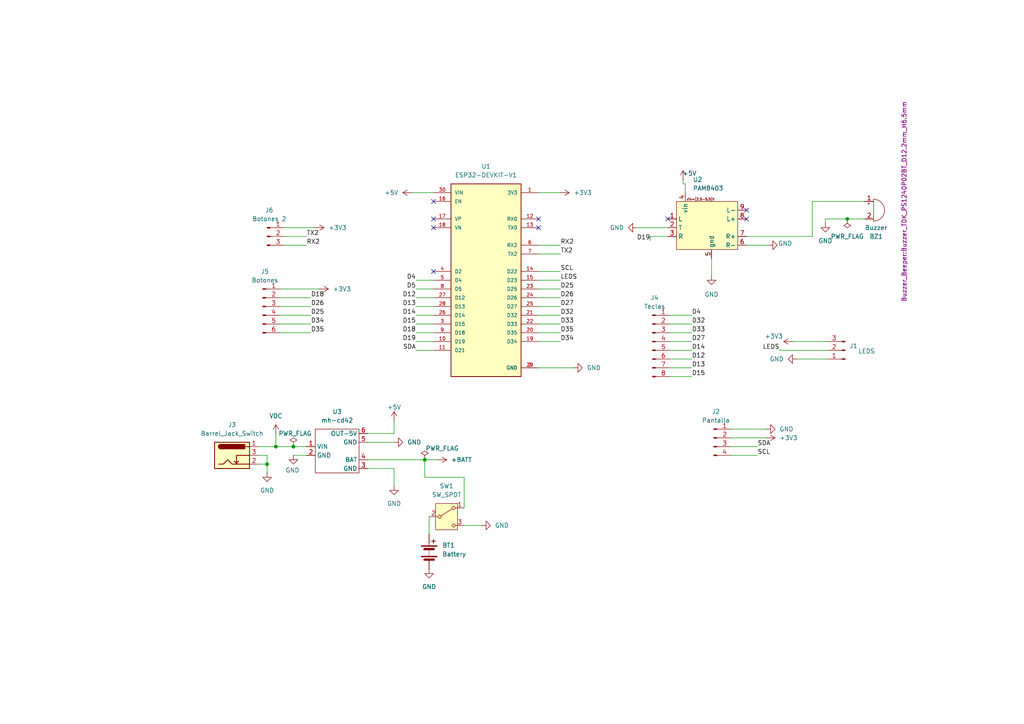
<source format=kicad_sch>
(kicad_sch
	(version 20231120)
	(generator "eeschema")
	(generator_version "8.0")
	(uuid "290190a5-533d-4023-8e45-fb26d57ff47e")
	(paper "A4")
	(lib_symbols
		(symbol "CD42:mh-cd42"
			(exclude_from_sim no)
			(in_bom yes)
			(on_board yes)
			(property "Reference" "U"
				(at 0 7.62 0)
				(effects
					(font
						(size 1.27 1.27)
					)
				)
			)
			(property "Value" "mh-cd42"
				(at 0 -7.62 0)
				(effects
					(font
						(size 1.27 1.27)
					)
				)
			)
			(property "Footprint" ""
				(at -1.27 5.08 0)
				(effects
					(font
						(size 1.27 1.27)
					)
					(hide yes)
				)
			)
			(property "Datasheet" ""
				(at -1.27 5.08 0)
				(effects
					(font
						(size 1.27 1.27)
					)
					(hide yes)
				)
			)
			(property "Description" ""
				(at 0 0 0)
				(effects
					(font
						(size 1.27 1.27)
					)
					(hide yes)
				)
			)
			(symbol "mh-cd42_0_1"
				(rectangle
					(start -6.35 6.35)
					(end 6.35 -6.35)
					(stroke
						(width 0)
						(type default)
					)
					(fill
						(type none)
					)
				)
			)
			(symbol "mh-cd42_1_1"
				(pin power_in line
					(at -8.89 1.27 0)
					(length 2.54)
					(name "VIN"
						(effects
							(font
								(size 1.27 1.27)
							)
						)
					)
					(number "1"
						(effects
							(font
								(size 1.27 1.27)
							)
						)
					)
				)
				(pin passive line
					(at -8.89 -1.27 0)
					(length 2.54)
					(name "GND"
						(effects
							(font
								(size 1.27 1.27)
							)
						)
					)
					(number "2"
						(effects
							(font
								(size 1.27 1.27)
							)
						)
					)
				)
				(pin passive line
					(at 8.89 -5.08 180)
					(length 2.54)
					(name "GND"
						(effects
							(font
								(size 1.27 1.27)
							)
						)
					)
					(number "3"
						(effects
							(font
								(size 1.27 1.27)
							)
						)
					)
				)
				(pin passive line
					(at 8.89 -2.54 180)
					(length 2.54)
					(name "BAT"
						(effects
							(font
								(size 1.27 1.27)
							)
						)
					)
					(number "4"
						(effects
							(font
								(size 1.27 1.27)
							)
						)
					)
				)
				(pin passive line
					(at 8.89 2.54 180)
					(length 2.54)
					(name "GND"
						(effects
							(font
								(size 1.27 1.27)
							)
						)
					)
					(number "5"
						(effects
							(font
								(size 1.27 1.27)
							)
						)
					)
				)
				(pin power_out line
					(at 8.89 5.08 180)
					(length 2.54)
					(name "OUT-5V"
						(effects
							(font
								(size 1.27 1.27)
							)
						)
					)
					(number "6"
						(effects
							(font
								(size 1.27 1.27)
							)
						)
					)
				)
			)
		)
		(symbol "Connector:Barrel_Jack_Switch"
			(pin_names hide)
			(exclude_from_sim no)
			(in_bom yes)
			(on_board yes)
			(property "Reference" "J"
				(at 0 5.334 0)
				(effects
					(font
						(size 1.27 1.27)
					)
				)
			)
			(property "Value" "Barrel_Jack_Switch"
				(at 0 -5.08 0)
				(effects
					(font
						(size 1.27 1.27)
					)
				)
			)
			(property "Footprint" ""
				(at 1.27 -1.016 0)
				(effects
					(font
						(size 1.27 1.27)
					)
					(hide yes)
				)
			)
			(property "Datasheet" "~"
				(at 1.27 -1.016 0)
				(effects
					(font
						(size 1.27 1.27)
					)
					(hide yes)
				)
			)
			(property "Description" "DC Barrel Jack with an internal switch"
				(at 0 0 0)
				(effects
					(font
						(size 1.27 1.27)
					)
					(hide yes)
				)
			)
			(property "ki_keywords" "DC power barrel jack connector"
				(at 0 0 0)
				(effects
					(font
						(size 1.27 1.27)
					)
					(hide yes)
				)
			)
			(property "ki_fp_filters" "BarrelJack*"
				(at 0 0 0)
				(effects
					(font
						(size 1.27 1.27)
					)
					(hide yes)
				)
			)
			(symbol "Barrel_Jack_Switch_0_1"
				(rectangle
					(start -5.08 3.81)
					(end 5.08 -3.81)
					(stroke
						(width 0.254)
						(type default)
					)
					(fill
						(type background)
					)
				)
				(arc
					(start -3.302 3.175)
					(mid -3.9343 2.54)
					(end -3.302 1.905)
					(stroke
						(width 0.254)
						(type default)
					)
					(fill
						(type none)
					)
				)
				(arc
					(start -3.302 3.175)
					(mid -3.9343 2.54)
					(end -3.302 1.905)
					(stroke
						(width 0.254)
						(type default)
					)
					(fill
						(type outline)
					)
				)
				(polyline
					(pts
						(xy 1.27 -2.286) (xy 1.905 -1.651)
					)
					(stroke
						(width 0.254)
						(type default)
					)
					(fill
						(type none)
					)
				)
				(polyline
					(pts
						(xy 5.08 2.54) (xy 3.81 2.54)
					)
					(stroke
						(width 0.254)
						(type default)
					)
					(fill
						(type none)
					)
				)
				(polyline
					(pts
						(xy 5.08 0) (xy 1.27 0) (xy 1.27 -2.286) (xy 0.635 -1.651)
					)
					(stroke
						(width 0.254)
						(type default)
					)
					(fill
						(type none)
					)
				)
				(polyline
					(pts
						(xy -3.81 -2.54) (xy -2.54 -2.54) (xy -1.27 -1.27) (xy 0 -2.54) (xy 2.54 -2.54) (xy 5.08 -2.54)
					)
					(stroke
						(width 0.254)
						(type default)
					)
					(fill
						(type none)
					)
				)
				(rectangle
					(start 3.683 3.175)
					(end -3.302 1.905)
					(stroke
						(width 0.254)
						(type default)
					)
					(fill
						(type outline)
					)
				)
			)
			(symbol "Barrel_Jack_Switch_1_1"
				(pin passive line
					(at 7.62 2.54 180)
					(length 2.54)
					(name "~"
						(effects
							(font
								(size 1.27 1.27)
							)
						)
					)
					(number "1"
						(effects
							(font
								(size 1.27 1.27)
							)
						)
					)
				)
				(pin passive line
					(at 7.62 -2.54 180)
					(length 2.54)
					(name "~"
						(effects
							(font
								(size 1.27 1.27)
							)
						)
					)
					(number "2"
						(effects
							(font
								(size 1.27 1.27)
							)
						)
					)
				)
				(pin passive line
					(at 7.62 0 180)
					(length 2.54)
					(name "~"
						(effects
							(font
								(size 1.27 1.27)
							)
						)
					)
					(number "3"
						(effects
							(font
								(size 1.27 1.27)
							)
						)
					)
				)
			)
		)
		(symbol "Connector:Conn_01x03_Pin"
			(pin_names
				(offset 1.016) hide)
			(exclude_from_sim no)
			(in_bom yes)
			(on_board yes)
			(property "Reference" "J"
				(at 0 5.08 0)
				(effects
					(font
						(size 1.27 1.27)
					)
				)
			)
			(property "Value" "Conn_01x03_Pin"
				(at 0 -5.08 0)
				(effects
					(font
						(size 1.27 1.27)
					)
				)
			)
			(property "Footprint" ""
				(at 0 0 0)
				(effects
					(font
						(size 1.27 1.27)
					)
					(hide yes)
				)
			)
			(property "Datasheet" "~"
				(at 0 0 0)
				(effects
					(font
						(size 1.27 1.27)
					)
					(hide yes)
				)
			)
			(property "Description" "Generic connector, single row, 01x03, script generated"
				(at 0 0 0)
				(effects
					(font
						(size 1.27 1.27)
					)
					(hide yes)
				)
			)
			(property "ki_locked" ""
				(at 0 0 0)
				(effects
					(font
						(size 1.27 1.27)
					)
				)
			)
			(property "ki_keywords" "connector"
				(at 0 0 0)
				(effects
					(font
						(size 1.27 1.27)
					)
					(hide yes)
				)
			)
			(property "ki_fp_filters" "Connector*:*_1x??_*"
				(at 0 0 0)
				(effects
					(font
						(size 1.27 1.27)
					)
					(hide yes)
				)
			)
			(symbol "Conn_01x03_Pin_1_1"
				(polyline
					(pts
						(xy 1.27 -2.54) (xy 0.8636 -2.54)
					)
					(stroke
						(width 0.1524)
						(type default)
					)
					(fill
						(type none)
					)
				)
				(polyline
					(pts
						(xy 1.27 0) (xy 0.8636 0)
					)
					(stroke
						(width 0.1524)
						(type default)
					)
					(fill
						(type none)
					)
				)
				(polyline
					(pts
						(xy 1.27 2.54) (xy 0.8636 2.54)
					)
					(stroke
						(width 0.1524)
						(type default)
					)
					(fill
						(type none)
					)
				)
				(rectangle
					(start 0.8636 -2.413)
					(end 0 -2.667)
					(stroke
						(width 0.1524)
						(type default)
					)
					(fill
						(type outline)
					)
				)
				(rectangle
					(start 0.8636 0.127)
					(end 0 -0.127)
					(stroke
						(width 0.1524)
						(type default)
					)
					(fill
						(type outline)
					)
				)
				(rectangle
					(start 0.8636 2.667)
					(end 0 2.413)
					(stroke
						(width 0.1524)
						(type default)
					)
					(fill
						(type outline)
					)
				)
				(pin passive line
					(at 5.08 2.54 180)
					(length 3.81)
					(name "Pin_1"
						(effects
							(font
								(size 1.27 1.27)
							)
						)
					)
					(number "1"
						(effects
							(font
								(size 1.27 1.27)
							)
						)
					)
				)
				(pin passive line
					(at 5.08 0 180)
					(length 3.81)
					(name "Pin_2"
						(effects
							(font
								(size 1.27 1.27)
							)
						)
					)
					(number "2"
						(effects
							(font
								(size 1.27 1.27)
							)
						)
					)
				)
				(pin passive line
					(at 5.08 -2.54 180)
					(length 3.81)
					(name "Pin_3"
						(effects
							(font
								(size 1.27 1.27)
							)
						)
					)
					(number "3"
						(effects
							(font
								(size 1.27 1.27)
							)
						)
					)
				)
			)
		)
		(symbol "Connector:Conn_01x04_Pin"
			(pin_names
				(offset 1.016) hide)
			(exclude_from_sim no)
			(in_bom yes)
			(on_board yes)
			(property "Reference" "J"
				(at 0 5.08 0)
				(effects
					(font
						(size 1.27 1.27)
					)
				)
			)
			(property "Value" "Conn_01x04_Pin"
				(at 0 -7.62 0)
				(effects
					(font
						(size 1.27 1.27)
					)
				)
			)
			(property "Footprint" ""
				(at 0 0 0)
				(effects
					(font
						(size 1.27 1.27)
					)
					(hide yes)
				)
			)
			(property "Datasheet" "~"
				(at 0 0 0)
				(effects
					(font
						(size 1.27 1.27)
					)
					(hide yes)
				)
			)
			(property "Description" "Generic connector, single row, 01x04, script generated"
				(at 0 0 0)
				(effects
					(font
						(size 1.27 1.27)
					)
					(hide yes)
				)
			)
			(property "ki_locked" ""
				(at 0 0 0)
				(effects
					(font
						(size 1.27 1.27)
					)
				)
			)
			(property "ki_keywords" "connector"
				(at 0 0 0)
				(effects
					(font
						(size 1.27 1.27)
					)
					(hide yes)
				)
			)
			(property "ki_fp_filters" "Connector*:*_1x??_*"
				(at 0 0 0)
				(effects
					(font
						(size 1.27 1.27)
					)
					(hide yes)
				)
			)
			(symbol "Conn_01x04_Pin_1_1"
				(polyline
					(pts
						(xy 1.27 -5.08) (xy 0.8636 -5.08)
					)
					(stroke
						(width 0.1524)
						(type default)
					)
					(fill
						(type none)
					)
				)
				(polyline
					(pts
						(xy 1.27 -2.54) (xy 0.8636 -2.54)
					)
					(stroke
						(width 0.1524)
						(type default)
					)
					(fill
						(type none)
					)
				)
				(polyline
					(pts
						(xy 1.27 0) (xy 0.8636 0)
					)
					(stroke
						(width 0.1524)
						(type default)
					)
					(fill
						(type none)
					)
				)
				(polyline
					(pts
						(xy 1.27 2.54) (xy 0.8636 2.54)
					)
					(stroke
						(width 0.1524)
						(type default)
					)
					(fill
						(type none)
					)
				)
				(rectangle
					(start 0.8636 -4.953)
					(end 0 -5.207)
					(stroke
						(width 0.1524)
						(type default)
					)
					(fill
						(type outline)
					)
				)
				(rectangle
					(start 0.8636 -2.413)
					(end 0 -2.667)
					(stroke
						(width 0.1524)
						(type default)
					)
					(fill
						(type outline)
					)
				)
				(rectangle
					(start 0.8636 0.127)
					(end 0 -0.127)
					(stroke
						(width 0.1524)
						(type default)
					)
					(fill
						(type outline)
					)
				)
				(rectangle
					(start 0.8636 2.667)
					(end 0 2.413)
					(stroke
						(width 0.1524)
						(type default)
					)
					(fill
						(type outline)
					)
				)
				(pin passive line
					(at 5.08 2.54 180)
					(length 3.81)
					(name "Pin_1"
						(effects
							(font
								(size 1.27 1.27)
							)
						)
					)
					(number "1"
						(effects
							(font
								(size 1.27 1.27)
							)
						)
					)
				)
				(pin passive line
					(at 5.08 0 180)
					(length 3.81)
					(name "Pin_2"
						(effects
							(font
								(size 1.27 1.27)
							)
						)
					)
					(number "2"
						(effects
							(font
								(size 1.27 1.27)
							)
						)
					)
				)
				(pin passive line
					(at 5.08 -2.54 180)
					(length 3.81)
					(name "Pin_3"
						(effects
							(font
								(size 1.27 1.27)
							)
						)
					)
					(number "3"
						(effects
							(font
								(size 1.27 1.27)
							)
						)
					)
				)
				(pin passive line
					(at 5.08 -5.08 180)
					(length 3.81)
					(name "Pin_4"
						(effects
							(font
								(size 1.27 1.27)
							)
						)
					)
					(number "4"
						(effects
							(font
								(size 1.27 1.27)
							)
						)
					)
				)
			)
		)
		(symbol "Connector:Conn_01x06_Pin"
			(pin_names
				(offset 1.016) hide)
			(exclude_from_sim no)
			(in_bom yes)
			(on_board yes)
			(property "Reference" "J"
				(at 0 7.62 0)
				(effects
					(font
						(size 1.27 1.27)
					)
				)
			)
			(property "Value" "Conn_01x06_Pin"
				(at 0 -10.16 0)
				(effects
					(font
						(size 1.27 1.27)
					)
				)
			)
			(property "Footprint" ""
				(at 0 0 0)
				(effects
					(font
						(size 1.27 1.27)
					)
					(hide yes)
				)
			)
			(property "Datasheet" "~"
				(at 0 0 0)
				(effects
					(font
						(size 1.27 1.27)
					)
					(hide yes)
				)
			)
			(property "Description" "Generic connector, single row, 01x06, script generated"
				(at 0 0 0)
				(effects
					(font
						(size 1.27 1.27)
					)
					(hide yes)
				)
			)
			(property "ki_locked" ""
				(at 0 0 0)
				(effects
					(font
						(size 1.27 1.27)
					)
				)
			)
			(property "ki_keywords" "connector"
				(at 0 0 0)
				(effects
					(font
						(size 1.27 1.27)
					)
					(hide yes)
				)
			)
			(property "ki_fp_filters" "Connector*:*_1x??_*"
				(at 0 0 0)
				(effects
					(font
						(size 1.27 1.27)
					)
					(hide yes)
				)
			)
			(symbol "Conn_01x06_Pin_1_1"
				(polyline
					(pts
						(xy 1.27 -7.62) (xy 0.8636 -7.62)
					)
					(stroke
						(width 0.1524)
						(type default)
					)
					(fill
						(type none)
					)
				)
				(polyline
					(pts
						(xy 1.27 -5.08) (xy 0.8636 -5.08)
					)
					(stroke
						(width 0.1524)
						(type default)
					)
					(fill
						(type none)
					)
				)
				(polyline
					(pts
						(xy 1.27 -2.54) (xy 0.8636 -2.54)
					)
					(stroke
						(width 0.1524)
						(type default)
					)
					(fill
						(type none)
					)
				)
				(polyline
					(pts
						(xy 1.27 0) (xy 0.8636 0)
					)
					(stroke
						(width 0.1524)
						(type default)
					)
					(fill
						(type none)
					)
				)
				(polyline
					(pts
						(xy 1.27 2.54) (xy 0.8636 2.54)
					)
					(stroke
						(width 0.1524)
						(type default)
					)
					(fill
						(type none)
					)
				)
				(polyline
					(pts
						(xy 1.27 5.08) (xy 0.8636 5.08)
					)
					(stroke
						(width 0.1524)
						(type default)
					)
					(fill
						(type none)
					)
				)
				(rectangle
					(start 0.8636 -7.493)
					(end 0 -7.747)
					(stroke
						(width 0.1524)
						(type default)
					)
					(fill
						(type outline)
					)
				)
				(rectangle
					(start 0.8636 -4.953)
					(end 0 -5.207)
					(stroke
						(width 0.1524)
						(type default)
					)
					(fill
						(type outline)
					)
				)
				(rectangle
					(start 0.8636 -2.413)
					(end 0 -2.667)
					(stroke
						(width 0.1524)
						(type default)
					)
					(fill
						(type outline)
					)
				)
				(rectangle
					(start 0.8636 0.127)
					(end 0 -0.127)
					(stroke
						(width 0.1524)
						(type default)
					)
					(fill
						(type outline)
					)
				)
				(rectangle
					(start 0.8636 2.667)
					(end 0 2.413)
					(stroke
						(width 0.1524)
						(type default)
					)
					(fill
						(type outline)
					)
				)
				(rectangle
					(start 0.8636 5.207)
					(end 0 4.953)
					(stroke
						(width 0.1524)
						(type default)
					)
					(fill
						(type outline)
					)
				)
				(pin passive line
					(at 5.08 5.08 180)
					(length 3.81)
					(name "Pin_1"
						(effects
							(font
								(size 1.27 1.27)
							)
						)
					)
					(number "1"
						(effects
							(font
								(size 1.27 1.27)
							)
						)
					)
				)
				(pin passive line
					(at 5.08 2.54 180)
					(length 3.81)
					(name "Pin_2"
						(effects
							(font
								(size 1.27 1.27)
							)
						)
					)
					(number "2"
						(effects
							(font
								(size 1.27 1.27)
							)
						)
					)
				)
				(pin passive line
					(at 5.08 0 180)
					(length 3.81)
					(name "Pin_3"
						(effects
							(font
								(size 1.27 1.27)
							)
						)
					)
					(number "3"
						(effects
							(font
								(size 1.27 1.27)
							)
						)
					)
				)
				(pin passive line
					(at 5.08 -2.54 180)
					(length 3.81)
					(name "Pin_4"
						(effects
							(font
								(size 1.27 1.27)
							)
						)
					)
					(number "4"
						(effects
							(font
								(size 1.27 1.27)
							)
						)
					)
				)
				(pin passive line
					(at 5.08 -5.08 180)
					(length 3.81)
					(name "Pin_5"
						(effects
							(font
								(size 1.27 1.27)
							)
						)
					)
					(number "5"
						(effects
							(font
								(size 1.27 1.27)
							)
						)
					)
				)
				(pin passive line
					(at 5.08 -7.62 180)
					(length 3.81)
					(name "Pin_6"
						(effects
							(font
								(size 1.27 1.27)
							)
						)
					)
					(number "6"
						(effects
							(font
								(size 1.27 1.27)
							)
						)
					)
				)
			)
		)
		(symbol "Connector:Conn_01x08_Pin"
			(pin_names
				(offset 1.016) hide)
			(exclude_from_sim no)
			(in_bom yes)
			(on_board yes)
			(property "Reference" "J"
				(at 0 10.16 0)
				(effects
					(font
						(size 1.27 1.27)
					)
				)
			)
			(property "Value" "Conn_01x08_Pin"
				(at 0 -12.7 0)
				(effects
					(font
						(size 1.27 1.27)
					)
				)
			)
			(property "Footprint" ""
				(at 0 0 0)
				(effects
					(font
						(size 1.27 1.27)
					)
					(hide yes)
				)
			)
			(property "Datasheet" "~"
				(at 0 0 0)
				(effects
					(font
						(size 1.27 1.27)
					)
					(hide yes)
				)
			)
			(property "Description" "Generic connector, single row, 01x08, script generated"
				(at 0 0 0)
				(effects
					(font
						(size 1.27 1.27)
					)
					(hide yes)
				)
			)
			(property "ki_locked" ""
				(at 0 0 0)
				(effects
					(font
						(size 1.27 1.27)
					)
				)
			)
			(property "ki_keywords" "connector"
				(at 0 0 0)
				(effects
					(font
						(size 1.27 1.27)
					)
					(hide yes)
				)
			)
			(property "ki_fp_filters" "Connector*:*_1x??_*"
				(at 0 0 0)
				(effects
					(font
						(size 1.27 1.27)
					)
					(hide yes)
				)
			)
			(symbol "Conn_01x08_Pin_1_1"
				(polyline
					(pts
						(xy 1.27 -10.16) (xy 0.8636 -10.16)
					)
					(stroke
						(width 0.1524)
						(type default)
					)
					(fill
						(type none)
					)
				)
				(polyline
					(pts
						(xy 1.27 -7.62) (xy 0.8636 -7.62)
					)
					(stroke
						(width 0.1524)
						(type default)
					)
					(fill
						(type none)
					)
				)
				(polyline
					(pts
						(xy 1.27 -5.08) (xy 0.8636 -5.08)
					)
					(stroke
						(width 0.1524)
						(type default)
					)
					(fill
						(type none)
					)
				)
				(polyline
					(pts
						(xy 1.27 -2.54) (xy 0.8636 -2.54)
					)
					(stroke
						(width 0.1524)
						(type default)
					)
					(fill
						(type none)
					)
				)
				(polyline
					(pts
						(xy 1.27 0) (xy 0.8636 0)
					)
					(stroke
						(width 0.1524)
						(type default)
					)
					(fill
						(type none)
					)
				)
				(polyline
					(pts
						(xy 1.27 2.54) (xy 0.8636 2.54)
					)
					(stroke
						(width 0.1524)
						(type default)
					)
					(fill
						(type none)
					)
				)
				(polyline
					(pts
						(xy 1.27 5.08) (xy 0.8636 5.08)
					)
					(stroke
						(width 0.1524)
						(type default)
					)
					(fill
						(type none)
					)
				)
				(polyline
					(pts
						(xy 1.27 7.62) (xy 0.8636 7.62)
					)
					(stroke
						(width 0.1524)
						(type default)
					)
					(fill
						(type none)
					)
				)
				(rectangle
					(start 0.8636 -10.033)
					(end 0 -10.287)
					(stroke
						(width 0.1524)
						(type default)
					)
					(fill
						(type outline)
					)
				)
				(rectangle
					(start 0.8636 -7.493)
					(end 0 -7.747)
					(stroke
						(width 0.1524)
						(type default)
					)
					(fill
						(type outline)
					)
				)
				(rectangle
					(start 0.8636 -4.953)
					(end 0 -5.207)
					(stroke
						(width 0.1524)
						(type default)
					)
					(fill
						(type outline)
					)
				)
				(rectangle
					(start 0.8636 -2.413)
					(end 0 -2.667)
					(stroke
						(width 0.1524)
						(type default)
					)
					(fill
						(type outline)
					)
				)
				(rectangle
					(start 0.8636 0.127)
					(end 0 -0.127)
					(stroke
						(width 0.1524)
						(type default)
					)
					(fill
						(type outline)
					)
				)
				(rectangle
					(start 0.8636 2.667)
					(end 0 2.413)
					(stroke
						(width 0.1524)
						(type default)
					)
					(fill
						(type outline)
					)
				)
				(rectangle
					(start 0.8636 5.207)
					(end 0 4.953)
					(stroke
						(width 0.1524)
						(type default)
					)
					(fill
						(type outline)
					)
				)
				(rectangle
					(start 0.8636 7.747)
					(end 0 7.493)
					(stroke
						(width 0.1524)
						(type default)
					)
					(fill
						(type outline)
					)
				)
				(pin passive line
					(at 5.08 7.62 180)
					(length 3.81)
					(name "Pin_1"
						(effects
							(font
								(size 1.27 1.27)
							)
						)
					)
					(number "1"
						(effects
							(font
								(size 1.27 1.27)
							)
						)
					)
				)
				(pin passive line
					(at 5.08 5.08 180)
					(length 3.81)
					(name "Pin_2"
						(effects
							(font
								(size 1.27 1.27)
							)
						)
					)
					(number "2"
						(effects
							(font
								(size 1.27 1.27)
							)
						)
					)
				)
				(pin passive line
					(at 5.08 2.54 180)
					(length 3.81)
					(name "Pin_3"
						(effects
							(font
								(size 1.27 1.27)
							)
						)
					)
					(number "3"
						(effects
							(font
								(size 1.27 1.27)
							)
						)
					)
				)
				(pin passive line
					(at 5.08 0 180)
					(length 3.81)
					(name "Pin_4"
						(effects
							(font
								(size 1.27 1.27)
							)
						)
					)
					(number "4"
						(effects
							(font
								(size 1.27 1.27)
							)
						)
					)
				)
				(pin passive line
					(at 5.08 -2.54 180)
					(length 3.81)
					(name "Pin_5"
						(effects
							(font
								(size 1.27 1.27)
							)
						)
					)
					(number "5"
						(effects
							(font
								(size 1.27 1.27)
							)
						)
					)
				)
				(pin passive line
					(at 5.08 -5.08 180)
					(length 3.81)
					(name "Pin_6"
						(effects
							(font
								(size 1.27 1.27)
							)
						)
					)
					(number "6"
						(effects
							(font
								(size 1.27 1.27)
							)
						)
					)
				)
				(pin passive line
					(at 5.08 -7.62 180)
					(length 3.81)
					(name "Pin_7"
						(effects
							(font
								(size 1.27 1.27)
							)
						)
					)
					(number "7"
						(effects
							(font
								(size 1.27 1.27)
							)
						)
					)
				)
				(pin passive line
					(at 5.08 -10.16 180)
					(length 3.81)
					(name "Pin_8"
						(effects
							(font
								(size 1.27 1.27)
							)
						)
					)
					(number "8"
						(effects
							(font
								(size 1.27 1.27)
							)
						)
					)
				)
			)
		)
		(symbol "Device:Battery"
			(pin_numbers hide)
			(pin_names
				(offset 0) hide)
			(exclude_from_sim no)
			(in_bom yes)
			(on_board yes)
			(property "Reference" "BT"
				(at 2.54 2.54 0)
				(effects
					(font
						(size 1.27 1.27)
					)
					(justify left)
				)
			)
			(property "Value" "Battery"
				(at 2.54 0 0)
				(effects
					(font
						(size 1.27 1.27)
					)
					(justify left)
				)
			)
			(property "Footprint" ""
				(at 0 1.524 90)
				(effects
					(font
						(size 1.27 1.27)
					)
					(hide yes)
				)
			)
			(property "Datasheet" "~"
				(at 0 1.524 90)
				(effects
					(font
						(size 1.27 1.27)
					)
					(hide yes)
				)
			)
			(property "Description" "Multiple-cell battery"
				(at 0 0 0)
				(effects
					(font
						(size 1.27 1.27)
					)
					(hide yes)
				)
			)
			(property "ki_keywords" "batt voltage-source cell"
				(at 0 0 0)
				(effects
					(font
						(size 1.27 1.27)
					)
					(hide yes)
				)
			)
			(symbol "Battery_0_1"
				(rectangle
					(start -2.286 -1.27)
					(end 2.286 -1.524)
					(stroke
						(width 0)
						(type default)
					)
					(fill
						(type outline)
					)
				)
				(rectangle
					(start -2.286 1.778)
					(end 2.286 1.524)
					(stroke
						(width 0)
						(type default)
					)
					(fill
						(type outline)
					)
				)
				(rectangle
					(start -1.524 -2.032)
					(end 1.524 -2.54)
					(stroke
						(width 0)
						(type default)
					)
					(fill
						(type outline)
					)
				)
				(rectangle
					(start -1.524 1.016)
					(end 1.524 0.508)
					(stroke
						(width 0)
						(type default)
					)
					(fill
						(type outline)
					)
				)
				(polyline
					(pts
						(xy 0 -1.016) (xy 0 -0.762)
					)
					(stroke
						(width 0)
						(type default)
					)
					(fill
						(type none)
					)
				)
				(polyline
					(pts
						(xy 0 -0.508) (xy 0 -0.254)
					)
					(stroke
						(width 0)
						(type default)
					)
					(fill
						(type none)
					)
				)
				(polyline
					(pts
						(xy 0 0) (xy 0 0.254)
					)
					(stroke
						(width 0)
						(type default)
					)
					(fill
						(type none)
					)
				)
				(polyline
					(pts
						(xy 0 1.778) (xy 0 2.54)
					)
					(stroke
						(width 0)
						(type default)
					)
					(fill
						(type none)
					)
				)
				(polyline
					(pts
						(xy 0.762 3.048) (xy 1.778 3.048)
					)
					(stroke
						(width 0.254)
						(type default)
					)
					(fill
						(type none)
					)
				)
				(polyline
					(pts
						(xy 1.27 3.556) (xy 1.27 2.54)
					)
					(stroke
						(width 0.254)
						(type default)
					)
					(fill
						(type none)
					)
				)
			)
			(symbol "Battery_1_1"
				(pin passive line
					(at 0 5.08 270)
					(length 2.54)
					(name "+"
						(effects
							(font
								(size 1.27 1.27)
							)
						)
					)
					(number "1"
						(effects
							(font
								(size 1.27 1.27)
							)
						)
					)
				)
				(pin passive line
					(at 0 -5.08 90)
					(length 2.54)
					(name "-"
						(effects
							(font
								(size 1.27 1.27)
							)
						)
					)
					(number "2"
						(effects
							(font
								(size 1.27 1.27)
							)
						)
					)
				)
			)
		)
		(symbol "Device:Buzzer"
			(pin_names
				(offset 0.0254) hide)
			(exclude_from_sim no)
			(in_bom yes)
			(on_board yes)
			(property "Reference" "BZ"
				(at 3.81 1.27 0)
				(effects
					(font
						(size 1.27 1.27)
					)
					(justify left)
				)
			)
			(property "Value" "Buzzer"
				(at 3.81 -1.27 0)
				(effects
					(font
						(size 1.27 1.27)
					)
					(justify left)
				)
			)
			(property "Footprint" ""
				(at -0.635 2.54 90)
				(effects
					(font
						(size 1.27 1.27)
					)
					(hide yes)
				)
			)
			(property "Datasheet" "~"
				(at -0.635 2.54 90)
				(effects
					(font
						(size 1.27 1.27)
					)
					(hide yes)
				)
			)
			(property "Description" "Buzzer, polarized"
				(at 0 0 0)
				(effects
					(font
						(size 1.27 1.27)
					)
					(hide yes)
				)
			)
			(property "ki_keywords" "quartz resonator ceramic"
				(at 0 0 0)
				(effects
					(font
						(size 1.27 1.27)
					)
					(hide yes)
				)
			)
			(property "ki_fp_filters" "*Buzzer*"
				(at 0 0 0)
				(effects
					(font
						(size 1.27 1.27)
					)
					(hide yes)
				)
			)
			(symbol "Buzzer_0_1"
				(arc
					(start 0 -3.175)
					(mid 3.1612 0)
					(end 0 3.175)
					(stroke
						(width 0)
						(type default)
					)
					(fill
						(type none)
					)
				)
				(polyline
					(pts
						(xy -1.651 1.905) (xy -1.143 1.905)
					)
					(stroke
						(width 0)
						(type default)
					)
					(fill
						(type none)
					)
				)
				(polyline
					(pts
						(xy -1.397 2.159) (xy -1.397 1.651)
					)
					(stroke
						(width 0)
						(type default)
					)
					(fill
						(type none)
					)
				)
				(polyline
					(pts
						(xy 0 3.175) (xy 0 -3.175)
					)
					(stroke
						(width 0)
						(type default)
					)
					(fill
						(type none)
					)
				)
			)
			(symbol "Buzzer_1_1"
				(pin passive line
					(at -2.54 2.54 0)
					(length 2.54)
					(name "+"
						(effects
							(font
								(size 1.27 1.27)
							)
						)
					)
					(number "1"
						(effects
							(font
								(size 1.27 1.27)
							)
						)
					)
				)
				(pin passive line
					(at -2.54 -2.54 0)
					(length 2.54)
					(name "-"
						(effects
							(font
								(size 1.27 1.27)
							)
						)
					)
					(number "2"
						(effects
							(font
								(size 1.27 1.27)
							)
						)
					)
				)
			)
		)
		(symbol "Devkit1-ESP32:ESP32-DEVKIT-V1"
			(pin_names
				(offset 1.016)
			)
			(exclude_from_sim no)
			(in_bom yes)
			(on_board yes)
			(property "Reference" "U"
				(at -10.16 30.48 0)
				(effects
					(font
						(size 1.27 1.27)
					)
					(justify left top)
				)
			)
			(property "Value" "ESP32-DEVKIT-V1"
				(at -10.16 -30.48 0)
				(effects
					(font
						(size 1.27 1.27)
					)
					(justify left bottom)
				)
			)
			(property "Footprint" "ESP32-DEVKIT-V1:MODULE_ESP32_DEVKIT_V1"
				(at 0 0 0)
				(effects
					(font
						(size 1.27 1.27)
					)
					(justify bottom)
					(hide yes)
				)
			)
			(property "Datasheet" ""
				(at 0 0 0)
				(effects
					(font
						(size 1.27 1.27)
					)
					(hide yes)
				)
			)
			(property "Description" ""
				(at 0 0 0)
				(effects
					(font
						(size 1.27 1.27)
					)
					(hide yes)
				)
			)
			(property "MF" "Do it"
				(at 0 0 0)
				(effects
					(font
						(size 1.27 1.27)
					)
					(justify bottom)
					(hide yes)
				)
			)
			(property "MAXIMUM_PACKAGE_HEIGHT" "6.8 mm"
				(at 0 0 0)
				(effects
					(font
						(size 1.27 1.27)
					)
					(justify bottom)
					(hide yes)
				)
			)
			(property "Package" "None"
				(at 0 0 0)
				(effects
					(font
						(size 1.27 1.27)
					)
					(justify bottom)
					(hide yes)
				)
			)
			(property "Price" "None"
				(at 0 0 0)
				(effects
					(font
						(size 1.27 1.27)
					)
					(justify bottom)
					(hide yes)
				)
			)
			(property "Check_prices" "https://www.snapeda.com/parts/ESP32-DEVKIT-V1/Do+it/view-part/?ref=eda"
				(at 0 0 0)
				(effects
					(font
						(size 1.27 1.27)
					)
					(justify bottom)
					(hide yes)
				)
			)
			(property "STANDARD" "Manufacturer Recommendations"
				(at 0 0 0)
				(effects
					(font
						(size 1.27 1.27)
					)
					(justify bottom)
					(hide yes)
				)
			)
			(property "PARTREV" "N/A"
				(at 0 0 0)
				(effects
					(font
						(size 1.27 1.27)
					)
					(justify bottom)
					(hide yes)
				)
			)
			(property "SnapEDA_Link" "https://www.snapeda.com/parts/ESP32-DEVKIT-V1/Do+it/view-part/?ref=snap"
				(at 0 0 0)
				(effects
					(font
						(size 1.27 1.27)
					)
					(justify bottom)
					(hide yes)
				)
			)
			(property "MP" "ESP32-DEVKIT-V1"
				(at 0 0 0)
				(effects
					(font
						(size 1.27 1.27)
					)
					(justify bottom)
					(hide yes)
				)
			)
			(property "Description_1" "\nDual core, Wi-Fi: 2.4 GHz up to 150 Mbits/s,BLE (Bluetooth Low Energy) and legacy Bluetooth, 32 bits, Up to 240 MHz\n"
				(at 0 0 0)
				(effects
					(font
						(size 1.27 1.27)
					)
					(justify bottom)
					(hide yes)
				)
			)
			(property "Availability" "Not in stock"
				(at 0 0 0)
				(effects
					(font
						(size 1.27 1.27)
					)
					(justify bottom)
					(hide yes)
				)
			)
			(property "MANUFACTURER" "DOIT"
				(at 0 0 0)
				(effects
					(font
						(size 1.27 1.27)
					)
					(justify bottom)
					(hide yes)
				)
			)
			(symbol "ESP32-DEVKIT-V1_0_0"
				(rectangle
					(start -10.16 -27.94)
					(end 10.16 27.94)
					(stroke
						(width 0.254)
						(type default)
					)
					(fill
						(type background)
					)
				)
				(pin output line
					(at 15.24 25.4 180)
					(length 5.08)
					(name "3V3"
						(effects
							(font
								(size 1.016 1.016)
							)
						)
					)
					(number "1"
						(effects
							(font
								(size 1.016 1.016)
							)
						)
					)
				)
				(pin bidirectional line
					(at -15.24 -17.78 0)
					(length 5.08)
					(name "D19"
						(effects
							(font
								(size 1.016 1.016)
							)
						)
					)
					(number "10"
						(effects
							(font
								(size 1.016 1.016)
							)
						)
					)
				)
				(pin bidirectional line
					(at -15.24 -20.32 0)
					(length 5.08)
					(name "D21"
						(effects
							(font
								(size 1.016 1.016)
							)
						)
					)
					(number "11"
						(effects
							(font
								(size 1.016 1.016)
							)
						)
					)
				)
				(pin input line
					(at 15.24 17.78 180)
					(length 5.08)
					(name "RX0"
						(effects
							(font
								(size 1.016 1.016)
							)
						)
					)
					(number "12"
						(effects
							(font
								(size 1.016 1.016)
							)
						)
					)
				)
				(pin output line
					(at 15.24 15.24 180)
					(length 5.08)
					(name "TX0"
						(effects
							(font
								(size 1.016 1.016)
							)
						)
					)
					(number "13"
						(effects
							(font
								(size 1.016 1.016)
							)
						)
					)
				)
				(pin bidirectional line
					(at 15.24 2.54 180)
					(length 5.08)
					(name "D22"
						(effects
							(font
								(size 1.016 1.016)
							)
						)
					)
					(number "14"
						(effects
							(font
								(size 1.016 1.016)
							)
						)
					)
				)
				(pin bidirectional line
					(at 15.24 0 180)
					(length 5.08)
					(name "D23"
						(effects
							(font
								(size 1.016 1.016)
							)
						)
					)
					(number "15"
						(effects
							(font
								(size 1.016 1.016)
							)
						)
					)
				)
				(pin input line
					(at -15.24 22.86 0)
					(length 5.08)
					(name "EN"
						(effects
							(font
								(size 1.016 1.016)
							)
						)
					)
					(number "16"
						(effects
							(font
								(size 1.016 1.016)
							)
						)
					)
				)
				(pin bidirectional line
					(at -15.24 17.78 0)
					(length 5.08)
					(name "VP"
						(effects
							(font
								(size 1.016 1.016)
							)
						)
					)
					(number "17"
						(effects
							(font
								(size 1.016 1.016)
							)
						)
					)
				)
				(pin bidirectional line
					(at -15.24 15.24 0)
					(length 5.08)
					(name "VN"
						(effects
							(font
								(size 1.016 1.016)
							)
						)
					)
					(number "18"
						(effects
							(font
								(size 1.016 1.016)
							)
						)
					)
				)
				(pin bidirectional line
					(at 15.24 -17.78 180)
					(length 5.08)
					(name "D34"
						(effects
							(font
								(size 1.016 1.016)
							)
						)
					)
					(number "19"
						(effects
							(font
								(size 1.016 1.016)
							)
						)
					)
				)
				(pin power_in line
					(at 15.24 -25.4 180)
					(length 5.08)
					(name "GND"
						(effects
							(font
								(size 1.016 1.016)
							)
						)
					)
					(number "2"
						(effects
							(font
								(size 1.016 1.016)
							)
						)
					)
				)
				(pin bidirectional line
					(at 15.24 -15.24 180)
					(length 5.08)
					(name "D35"
						(effects
							(font
								(size 1.016 1.016)
							)
						)
					)
					(number "20"
						(effects
							(font
								(size 1.016 1.016)
							)
						)
					)
				)
				(pin bidirectional line
					(at 15.24 -10.16 180)
					(length 5.08)
					(name "D32"
						(effects
							(font
								(size 1.016 1.016)
							)
						)
					)
					(number "21"
						(effects
							(font
								(size 1.016 1.016)
							)
						)
					)
				)
				(pin bidirectional line
					(at 15.24 -12.7 180)
					(length 5.08)
					(name "D33"
						(effects
							(font
								(size 1.016 1.016)
							)
						)
					)
					(number "22"
						(effects
							(font
								(size 1.016 1.016)
							)
						)
					)
				)
				(pin bidirectional line
					(at 15.24 -2.54 180)
					(length 5.08)
					(name "D25"
						(effects
							(font
								(size 1.016 1.016)
							)
						)
					)
					(number "23"
						(effects
							(font
								(size 1.016 1.016)
							)
						)
					)
				)
				(pin bidirectional line
					(at 15.24 -5.08 180)
					(length 5.08)
					(name "D26"
						(effects
							(font
								(size 1.016 1.016)
							)
						)
					)
					(number "24"
						(effects
							(font
								(size 1.016 1.016)
							)
						)
					)
				)
				(pin bidirectional line
					(at 15.24 -7.62 180)
					(length 5.08)
					(name "D27"
						(effects
							(font
								(size 1.016 1.016)
							)
						)
					)
					(number "25"
						(effects
							(font
								(size 1.016 1.016)
							)
						)
					)
				)
				(pin bidirectional line
					(at -15.24 -10.16 0)
					(length 5.08)
					(name "D14"
						(effects
							(font
								(size 1.016 1.016)
							)
						)
					)
					(number "26"
						(effects
							(font
								(size 1.016 1.016)
							)
						)
					)
				)
				(pin bidirectional line
					(at -15.24 -5.08 0)
					(length 5.08)
					(name "D12"
						(effects
							(font
								(size 1.016 1.016)
							)
						)
					)
					(number "27"
						(effects
							(font
								(size 1.016 1.016)
							)
						)
					)
				)
				(pin bidirectional line
					(at -15.24 -7.62 0)
					(length 5.08)
					(name "D13"
						(effects
							(font
								(size 1.016 1.016)
							)
						)
					)
					(number "28"
						(effects
							(font
								(size 1.016 1.016)
							)
						)
					)
				)
				(pin power_in line
					(at 15.24 -25.4 180)
					(length 5.08)
					(name "GND"
						(effects
							(font
								(size 1.016 1.016)
							)
						)
					)
					(number "29"
						(effects
							(font
								(size 1.016 1.016)
							)
						)
					)
				)
				(pin bidirectional line
					(at -15.24 -12.7 0)
					(length 5.08)
					(name "D15"
						(effects
							(font
								(size 1.016 1.016)
							)
						)
					)
					(number "3"
						(effects
							(font
								(size 1.016 1.016)
							)
						)
					)
				)
				(pin input line
					(at -15.24 25.4 0)
					(length 5.08)
					(name "VIN"
						(effects
							(font
								(size 1.016 1.016)
							)
						)
					)
					(number "30"
						(effects
							(font
								(size 1.016 1.016)
							)
						)
					)
				)
				(pin bidirectional line
					(at -15.24 2.54 0)
					(length 5.08)
					(name "D2"
						(effects
							(font
								(size 1.016 1.016)
							)
						)
					)
					(number "4"
						(effects
							(font
								(size 1.016 1.016)
							)
						)
					)
				)
				(pin bidirectional line
					(at -15.24 0 0)
					(length 5.08)
					(name "D4"
						(effects
							(font
								(size 1.016 1.016)
							)
						)
					)
					(number "5"
						(effects
							(font
								(size 1.016 1.016)
							)
						)
					)
				)
				(pin input line
					(at 15.24 10.16 180)
					(length 5.08)
					(name "RX2"
						(effects
							(font
								(size 1.016 1.016)
							)
						)
					)
					(number "6"
						(effects
							(font
								(size 1.016 1.016)
							)
						)
					)
				)
				(pin output line
					(at 15.24 7.62 180)
					(length 5.08)
					(name "TX2"
						(effects
							(font
								(size 1.016 1.016)
							)
						)
					)
					(number "7"
						(effects
							(font
								(size 1.016 1.016)
							)
						)
					)
				)
				(pin bidirectional line
					(at -15.24 -2.54 0)
					(length 5.08)
					(name "D5"
						(effects
							(font
								(size 1.016 1.016)
							)
						)
					)
					(number "8"
						(effects
							(font
								(size 1.016 1.016)
							)
						)
					)
				)
				(pin bidirectional line
					(at -15.24 -15.24 0)
					(length 5.08)
					(name "D18"
						(effects
							(font
								(size 1.016 1.016)
							)
						)
					)
					(number "9"
						(effects
							(font
								(size 1.016 1.016)
							)
						)
					)
				)
			)
		)
		(symbol "Pam 8403:pam8403"
			(exclude_from_sim no)
			(in_bom yes)
			(on_board yes)
			(property "Reference" "U?"
				(at -3.6956 13.97 0)
				(effects
					(font
						(size 1.27 1.27)
					)
					(justify left)
				)
			)
			(property "Value" "pam8403"
				(at -3.6956 11.43 0)
				(effects
					(font
						(size 1.27 1.27)
					)
					(justify left)
				)
			)
			(property "Footprint" ""
				(at -0.635 -1.905 0)
				(effects
					(font
						(size 1.27 1.27)
					)
					(hide yes)
				)
			)
			(property "Datasheet" ""
				(at -0.635 -1.905 0)
				(effects
					(font
						(size 1.27 1.27)
					)
					(hide yes)
				)
			)
			(property "Description" ""
				(at 0 0 0)
				(effects
					(font
						(size 1.27 1.27)
					)
					(hide yes)
				)
			)
			(symbol "pam8403_0_0"
				(rectangle
					(start -8.255 7.62)
					(end 9.525 -6.35)
					(stroke
						(width 0)
						(type default)
					)
					(fill
						(type background)
					)
				)
				(text "vin=[2.5-5.5]V"
					(at -1.27 8.255 0)
					(effects
						(font
							(size 0.7 0.7)
						)
					)
				)
			)
			(symbol "pam8403_1_1"
				(pin passive line
					(at -10.795 2.54 0)
					(length 2.54)
					(name "L"
						(effects
							(font
								(size 1.27 1.27)
							)
						)
					)
					(number "1"
						(effects
							(font
								(size 1.27 1.27)
							)
						)
					)
				)
				(pin passive line
					(at -10.795 0 0)
					(length 2.54)
					(name "T"
						(effects
							(font
								(size 1.27 1.27)
							)
						)
					)
					(number "2"
						(effects
							(font
								(size 1.27 1.27)
							)
						)
					)
				)
				(pin passive line
					(at -10.795 -2.54 0)
					(length 2.54)
					(name "R"
						(effects
							(font
								(size 1.27 1.27)
							)
						)
					)
					(number "3"
						(effects
							(font
								(size 1.27 1.27)
							)
						)
					)
				)
				(pin passive line
					(at -5.715 10.16 270)
					(length 2.54)
					(name "vin"
						(effects
							(font
								(size 1.27 1.27)
							)
						)
					)
					(number "4"
						(effects
							(font
								(size 1.27 1.27)
							)
						)
					)
				)
				(pin passive line
					(at 1.905 -8.89 90)
					(length 2.54)
					(name "gnd"
						(effects
							(font
								(size 1.27 1.27)
							)
						)
					)
					(number "5"
						(effects
							(font
								(size 1.27 1.27)
							)
						)
					)
				)
				(pin passive line
					(at 12.065 -5.08 180)
					(length 2.54)
					(name "R-"
						(effects
							(font
								(size 1.27 1.27)
							)
						)
					)
					(number "6"
						(effects
							(font
								(size 1.27 1.27)
							)
						)
					)
				)
				(pin passive line
					(at 12.065 -2.54 180)
					(length 2.54)
					(name "R+"
						(effects
							(font
								(size 1.27 1.27)
							)
						)
					)
					(number "7"
						(effects
							(font
								(size 1.27 1.27)
							)
						)
					)
				)
				(pin passive line
					(at 12.065 2.54 180)
					(length 2.54)
					(name "L+"
						(effects
							(font
								(size 1.27 1.27)
							)
						)
					)
					(number "8"
						(effects
							(font
								(size 1.27 1.27)
							)
						)
					)
				)
				(pin passive line
					(at 12.065 5.08 180)
					(length 2.54)
					(name "L-"
						(effects
							(font
								(size 1.27 1.27)
							)
						)
					)
					(number "9"
						(effects
							(font
								(size 1.27 1.27)
							)
						)
					)
				)
			)
		)
		(symbol "Switch:SW_SPDT"
			(pin_names
				(offset 0) hide)
			(exclude_from_sim no)
			(in_bom yes)
			(on_board yes)
			(property "Reference" "SW"
				(at 0 5.08 0)
				(effects
					(font
						(size 1.27 1.27)
					)
				)
			)
			(property "Value" "SW_SPDT"
				(at 0 -5.08 0)
				(effects
					(font
						(size 1.27 1.27)
					)
				)
			)
			(property "Footprint" ""
				(at 0 0 0)
				(effects
					(font
						(size 1.27 1.27)
					)
					(hide yes)
				)
			)
			(property "Datasheet" "~"
				(at 0 -7.62 0)
				(effects
					(font
						(size 1.27 1.27)
					)
					(hide yes)
				)
			)
			(property "Description" "Switch, single pole double throw"
				(at 0 0 0)
				(effects
					(font
						(size 1.27 1.27)
					)
					(hide yes)
				)
			)
			(property "ki_keywords" "switch single-pole double-throw spdt ON-ON"
				(at 0 0 0)
				(effects
					(font
						(size 1.27 1.27)
					)
					(hide yes)
				)
			)
			(symbol "SW_SPDT_0_1"
				(circle
					(center -2.032 0)
					(radius 0.4572)
					(stroke
						(width 0)
						(type default)
					)
					(fill
						(type none)
					)
				)
				(polyline
					(pts
						(xy -1.651 0.254) (xy 1.651 2.286)
					)
					(stroke
						(width 0)
						(type default)
					)
					(fill
						(type none)
					)
				)
				(circle
					(center 2.032 -2.54)
					(radius 0.4572)
					(stroke
						(width 0)
						(type default)
					)
					(fill
						(type none)
					)
				)
				(circle
					(center 2.032 2.54)
					(radius 0.4572)
					(stroke
						(width 0)
						(type default)
					)
					(fill
						(type none)
					)
				)
			)
			(symbol "SW_SPDT_1_1"
				(rectangle
					(start -3.175 3.81)
					(end 3.175 -3.81)
					(stroke
						(width 0)
						(type default)
					)
					(fill
						(type background)
					)
				)
				(pin passive line
					(at 5.08 2.54 180)
					(length 2.54)
					(name "A"
						(effects
							(font
								(size 1.27 1.27)
							)
						)
					)
					(number "1"
						(effects
							(font
								(size 1.27 1.27)
							)
						)
					)
				)
				(pin passive line
					(at -5.08 0 0)
					(length 2.54)
					(name "B"
						(effects
							(font
								(size 1.27 1.27)
							)
						)
					)
					(number "2"
						(effects
							(font
								(size 1.27 1.27)
							)
						)
					)
				)
				(pin passive line
					(at 5.08 -2.54 180)
					(length 2.54)
					(name "C"
						(effects
							(font
								(size 1.27 1.27)
							)
						)
					)
					(number "3"
						(effects
							(font
								(size 1.27 1.27)
							)
						)
					)
				)
			)
		)
		(symbol "power:+3V3"
			(power)
			(pin_numbers hide)
			(pin_names
				(offset 0) hide)
			(exclude_from_sim no)
			(in_bom yes)
			(on_board yes)
			(property "Reference" "#PWR"
				(at 0 -3.81 0)
				(effects
					(font
						(size 1.27 1.27)
					)
					(hide yes)
				)
			)
			(property "Value" "+3V3"
				(at 0 3.556 0)
				(effects
					(font
						(size 1.27 1.27)
					)
				)
			)
			(property "Footprint" ""
				(at 0 0 0)
				(effects
					(font
						(size 1.27 1.27)
					)
					(hide yes)
				)
			)
			(property "Datasheet" ""
				(at 0 0 0)
				(effects
					(font
						(size 1.27 1.27)
					)
					(hide yes)
				)
			)
			(property "Description" "Power symbol creates a global label with name \"+3V3\""
				(at 0 0 0)
				(effects
					(font
						(size 1.27 1.27)
					)
					(hide yes)
				)
			)
			(property "ki_keywords" "global power"
				(at 0 0 0)
				(effects
					(font
						(size 1.27 1.27)
					)
					(hide yes)
				)
			)
			(symbol "+3V3_0_1"
				(polyline
					(pts
						(xy -0.762 1.27) (xy 0 2.54)
					)
					(stroke
						(width 0)
						(type default)
					)
					(fill
						(type none)
					)
				)
				(polyline
					(pts
						(xy 0 0) (xy 0 2.54)
					)
					(stroke
						(width 0)
						(type default)
					)
					(fill
						(type none)
					)
				)
				(polyline
					(pts
						(xy 0 2.54) (xy 0.762 1.27)
					)
					(stroke
						(width 0)
						(type default)
					)
					(fill
						(type none)
					)
				)
			)
			(symbol "+3V3_1_1"
				(pin power_in line
					(at 0 0 90)
					(length 0)
					(name "~"
						(effects
							(font
								(size 1.27 1.27)
							)
						)
					)
					(number "1"
						(effects
							(font
								(size 1.27 1.27)
							)
						)
					)
				)
			)
		)
		(symbol "power:+5V"
			(power)
			(pin_numbers hide)
			(pin_names
				(offset 0) hide)
			(exclude_from_sim no)
			(in_bom yes)
			(on_board yes)
			(property "Reference" "#PWR"
				(at 0 -3.81 0)
				(effects
					(font
						(size 1.27 1.27)
					)
					(hide yes)
				)
			)
			(property "Value" "+5V"
				(at 0 3.556 0)
				(effects
					(font
						(size 1.27 1.27)
					)
				)
			)
			(property "Footprint" ""
				(at 0 0 0)
				(effects
					(font
						(size 1.27 1.27)
					)
					(hide yes)
				)
			)
			(property "Datasheet" ""
				(at 0 0 0)
				(effects
					(font
						(size 1.27 1.27)
					)
					(hide yes)
				)
			)
			(property "Description" "Power symbol creates a global label with name \"+5V\""
				(at 0 0 0)
				(effects
					(font
						(size 1.27 1.27)
					)
					(hide yes)
				)
			)
			(property "ki_keywords" "global power"
				(at 0 0 0)
				(effects
					(font
						(size 1.27 1.27)
					)
					(hide yes)
				)
			)
			(symbol "+5V_0_1"
				(polyline
					(pts
						(xy -0.762 1.27) (xy 0 2.54)
					)
					(stroke
						(width 0)
						(type default)
					)
					(fill
						(type none)
					)
				)
				(polyline
					(pts
						(xy 0 0) (xy 0 2.54)
					)
					(stroke
						(width 0)
						(type default)
					)
					(fill
						(type none)
					)
				)
				(polyline
					(pts
						(xy 0 2.54) (xy 0.762 1.27)
					)
					(stroke
						(width 0)
						(type default)
					)
					(fill
						(type none)
					)
				)
			)
			(symbol "+5V_1_1"
				(pin power_in line
					(at 0 0 90)
					(length 0)
					(name "~"
						(effects
							(font
								(size 1.27 1.27)
							)
						)
					)
					(number "1"
						(effects
							(font
								(size 1.27 1.27)
							)
						)
					)
				)
			)
		)
		(symbol "power:+BATT"
			(power)
			(pin_numbers hide)
			(pin_names
				(offset 0) hide)
			(exclude_from_sim no)
			(in_bom yes)
			(on_board yes)
			(property "Reference" "#PWR"
				(at 0 -3.81 0)
				(effects
					(font
						(size 1.27 1.27)
					)
					(hide yes)
				)
			)
			(property "Value" "+BATT"
				(at 0 3.556 0)
				(effects
					(font
						(size 1.27 1.27)
					)
				)
			)
			(property "Footprint" ""
				(at 0 0 0)
				(effects
					(font
						(size 1.27 1.27)
					)
					(hide yes)
				)
			)
			(property "Datasheet" ""
				(at 0 0 0)
				(effects
					(font
						(size 1.27 1.27)
					)
					(hide yes)
				)
			)
			(property "Description" "Power symbol creates a global label with name \"+BATT\""
				(at 0 0 0)
				(effects
					(font
						(size 1.27 1.27)
					)
					(hide yes)
				)
			)
			(property "ki_keywords" "global power battery"
				(at 0 0 0)
				(effects
					(font
						(size 1.27 1.27)
					)
					(hide yes)
				)
			)
			(symbol "+BATT_0_1"
				(polyline
					(pts
						(xy -0.762 1.27) (xy 0 2.54)
					)
					(stroke
						(width 0)
						(type default)
					)
					(fill
						(type none)
					)
				)
				(polyline
					(pts
						(xy 0 0) (xy 0 2.54)
					)
					(stroke
						(width 0)
						(type default)
					)
					(fill
						(type none)
					)
				)
				(polyline
					(pts
						(xy 0 2.54) (xy 0.762 1.27)
					)
					(stroke
						(width 0)
						(type default)
					)
					(fill
						(type none)
					)
				)
			)
			(symbol "+BATT_1_1"
				(pin power_in line
					(at 0 0 90)
					(length 0)
					(name "~"
						(effects
							(font
								(size 1.27 1.27)
							)
						)
					)
					(number "1"
						(effects
							(font
								(size 1.27 1.27)
							)
						)
					)
				)
			)
		)
		(symbol "power:GND"
			(power)
			(pin_numbers hide)
			(pin_names
				(offset 0) hide)
			(exclude_from_sim no)
			(in_bom yes)
			(on_board yes)
			(property "Reference" "#PWR"
				(at 0 -6.35 0)
				(effects
					(font
						(size 1.27 1.27)
					)
					(hide yes)
				)
			)
			(property "Value" "GND"
				(at 0 -3.81 0)
				(effects
					(font
						(size 1.27 1.27)
					)
				)
			)
			(property "Footprint" ""
				(at 0 0 0)
				(effects
					(font
						(size 1.27 1.27)
					)
					(hide yes)
				)
			)
			(property "Datasheet" ""
				(at 0 0 0)
				(effects
					(font
						(size 1.27 1.27)
					)
					(hide yes)
				)
			)
			(property "Description" "Power symbol creates a global label with name \"GND\" , ground"
				(at 0 0 0)
				(effects
					(font
						(size 1.27 1.27)
					)
					(hide yes)
				)
			)
			(property "ki_keywords" "global power"
				(at 0 0 0)
				(effects
					(font
						(size 1.27 1.27)
					)
					(hide yes)
				)
			)
			(symbol "GND_0_1"
				(polyline
					(pts
						(xy 0 0) (xy 0 -1.27) (xy 1.27 -1.27) (xy 0 -2.54) (xy -1.27 -1.27) (xy 0 -1.27)
					)
					(stroke
						(width 0)
						(type default)
					)
					(fill
						(type none)
					)
				)
			)
			(symbol "GND_1_1"
				(pin power_in line
					(at 0 0 270)
					(length 0)
					(name "~"
						(effects
							(font
								(size 1.27 1.27)
							)
						)
					)
					(number "1"
						(effects
							(font
								(size 1.27 1.27)
							)
						)
					)
				)
			)
		)
		(symbol "power:PWR_FLAG"
			(power)
			(pin_numbers hide)
			(pin_names
				(offset 0) hide)
			(exclude_from_sim no)
			(in_bom yes)
			(on_board yes)
			(property "Reference" "#FLG"
				(at 0 1.905 0)
				(effects
					(font
						(size 1.27 1.27)
					)
					(hide yes)
				)
			)
			(property "Value" "PWR_FLAG"
				(at 0 3.81 0)
				(effects
					(font
						(size 1.27 1.27)
					)
				)
			)
			(property "Footprint" ""
				(at 0 0 0)
				(effects
					(font
						(size 1.27 1.27)
					)
					(hide yes)
				)
			)
			(property "Datasheet" "~"
				(at 0 0 0)
				(effects
					(font
						(size 1.27 1.27)
					)
					(hide yes)
				)
			)
			(property "Description" "Special symbol for telling ERC where power comes from"
				(at 0 0 0)
				(effects
					(font
						(size 1.27 1.27)
					)
					(hide yes)
				)
			)
			(property "ki_keywords" "flag power"
				(at 0 0 0)
				(effects
					(font
						(size 1.27 1.27)
					)
					(hide yes)
				)
			)
			(symbol "PWR_FLAG_0_0"
				(pin power_out line
					(at 0 0 90)
					(length 0)
					(name "~"
						(effects
							(font
								(size 1.27 1.27)
							)
						)
					)
					(number "1"
						(effects
							(font
								(size 1.27 1.27)
							)
						)
					)
				)
			)
			(symbol "PWR_FLAG_0_1"
				(polyline
					(pts
						(xy 0 0) (xy 0 1.27) (xy -1.016 1.905) (xy 0 2.54) (xy 1.016 1.905) (xy 0 1.27)
					)
					(stroke
						(width 0)
						(type default)
					)
					(fill
						(type none)
					)
				)
			)
		)
		(symbol "power:VDC"
			(power)
			(pin_numbers hide)
			(pin_names
				(offset 0) hide)
			(exclude_from_sim no)
			(in_bom yes)
			(on_board yes)
			(property "Reference" "#PWR"
				(at 0 -3.81 0)
				(effects
					(font
						(size 1.27 1.27)
					)
					(hide yes)
				)
			)
			(property "Value" "VDC"
				(at 0 3.556 0)
				(effects
					(font
						(size 1.27 1.27)
					)
				)
			)
			(property "Footprint" ""
				(at 0 0 0)
				(effects
					(font
						(size 1.27 1.27)
					)
					(hide yes)
				)
			)
			(property "Datasheet" ""
				(at 0 0 0)
				(effects
					(font
						(size 1.27 1.27)
					)
					(hide yes)
				)
			)
			(property "Description" "Power symbol creates a global label with name \"VDC\""
				(at 0 0 0)
				(effects
					(font
						(size 1.27 1.27)
					)
					(hide yes)
				)
			)
			(property "ki_keywords" "global power"
				(at 0 0 0)
				(effects
					(font
						(size 1.27 1.27)
					)
					(hide yes)
				)
			)
			(symbol "VDC_0_1"
				(polyline
					(pts
						(xy -0.762 1.27) (xy 0 2.54)
					)
					(stroke
						(width 0)
						(type default)
					)
					(fill
						(type none)
					)
				)
				(polyline
					(pts
						(xy 0 0) (xy 0 2.54)
					)
					(stroke
						(width 0)
						(type default)
					)
					(fill
						(type none)
					)
				)
				(polyline
					(pts
						(xy 0 2.54) (xy 0.762 1.27)
					)
					(stroke
						(width 0)
						(type default)
					)
					(fill
						(type none)
					)
				)
			)
			(symbol "VDC_1_1"
				(pin power_in line
					(at 0 0 90)
					(length 0)
					(name "~"
						(effects
							(font
								(size 1.27 1.27)
							)
						)
					)
					(number "1"
						(effects
							(font
								(size 1.27 1.27)
							)
						)
					)
				)
			)
		)
	)
	(junction
		(at 77.47 134.62)
		(diameter 0)
		(color 0 0 0 0)
		(uuid "67d7ab1c-6064-4378-8ec9-6c633b662209")
	)
	(junction
		(at 123.19 133.35)
		(diameter 0)
		(color 0 0 0 0)
		(uuid "86eb9340-c4db-45ff-a8ff-8b0c3e7fef5d")
	)
	(junction
		(at 245.745 63.5)
		(diameter 0)
		(color 0 0 0 0)
		(uuid "96d5226c-7b9b-492f-a251-8f40b84e6345")
	)
	(junction
		(at 85.09 129.54)
		(diameter 0)
		(color 0 0 0 0)
		(uuid "e91b0e0a-1f7d-4ac2-a6dd-5bdc0555225c")
	)
	(junction
		(at 80.01 129.54)
		(diameter 0)
		(color 0 0 0 0)
		(uuid "f1078df0-6c77-4549-8bb9-d647deabde34")
	)
	(no_connect
		(at 125.73 58.42)
		(uuid "1d6b5c31-0533-49d6-b583-90d037b6e193")
	)
	(no_connect
		(at 125.73 63.5)
		(uuid "29d683cb-b9fd-4998-aeea-f85faf9f2548")
	)
	(no_connect
		(at 125.73 66.04)
		(uuid "3c184b39-56a3-4c91-87c2-fbbabc9fa42b")
	)
	(no_connect
		(at 156.21 63.5)
		(uuid "4437890b-30e1-401b-9ba8-4219134790f3")
	)
	(no_connect
		(at 125.73 78.74)
		(uuid "9ded1240-8162-49f7-8a4e-18f08cc40bfd")
	)
	(no_connect
		(at 193.675 63.5)
		(uuid "aa179aad-e020-4fa0-9884-96ae9b375ef4")
	)
	(no_connect
		(at 216.535 60.96)
		(uuid "da634ea0-8e42-4f1a-b109-b4f15c2c0af8")
	)
	(no_connect
		(at 156.21 66.04)
		(uuid "e26cfa9f-9b25-466c-89ba-de72ce1680f9")
	)
	(no_connect
		(at 216.535 63.5)
		(uuid "ee323fc0-b910-4930-ad59-e39fa22ecb96")
	)
	(wire
		(pts
			(xy 114.3 135.89) (xy 114.3 140.97)
		)
		(stroke
			(width 0)
			(type default)
		)
		(uuid "0cac1ea3-f77a-4a64-a7f8-df5439736506")
	)
	(wire
		(pts
			(xy 81.28 83.82) (xy 92.71 83.82)
		)
		(stroke
			(width 0)
			(type default)
		)
		(uuid "0ced0c2e-dd27-4fd1-807f-508dd2921a2e")
	)
	(wire
		(pts
			(xy 194.31 106.68) (xy 200.66 106.68)
		)
		(stroke
			(width 0)
			(type default)
		)
		(uuid "16895c7b-53a6-4869-a477-245abc0444c8")
	)
	(wire
		(pts
			(xy 184.785 66.04) (xy 193.675 66.04)
		)
		(stroke
			(width 0)
			(type default)
		)
		(uuid "20e5335b-335e-4bd5-953d-ec12a03839c7")
	)
	(wire
		(pts
			(xy 156.21 73.66) (xy 162.56 73.66)
		)
		(stroke
			(width 0)
			(type default)
		)
		(uuid "23030a86-31d5-4377-84cc-15d9e74dbfbf")
	)
	(wire
		(pts
			(xy 194.31 101.6) (xy 200.66 101.6)
		)
		(stroke
			(width 0)
			(type default)
		)
		(uuid "27030721-d97d-490c-9f9f-79f84d25319c")
	)
	(wire
		(pts
			(xy 134.62 152.4) (xy 139.7 152.4)
		)
		(stroke
			(width 0)
			(type default)
		)
		(uuid "282e7b16-c6af-405a-bd7e-76f3b635161c")
	)
	(wire
		(pts
			(xy 120.65 93.98) (xy 125.73 93.98)
		)
		(stroke
			(width 0)
			(type default)
		)
		(uuid "2c34d145-b653-4b34-ae2a-3f5598ab71a8")
	)
	(wire
		(pts
			(xy 74.93 129.54) (xy 80.01 129.54)
		)
		(stroke
			(width 0)
			(type default)
		)
		(uuid "2f0c45eb-9fdf-4646-bf40-9438cebb354a")
	)
	(wire
		(pts
			(xy 123.19 138.43) (xy 123.19 133.35)
		)
		(stroke
			(width 0)
			(type default)
		)
		(uuid "34a965e7-602e-4384-b5f8-3a4e4884adc8")
	)
	(wire
		(pts
			(xy 216.535 71.12) (xy 222.885 71.12)
		)
		(stroke
			(width 0)
			(type default)
		)
		(uuid "35e060d9-c1ef-46f1-8efc-17f3ee8ae12a")
	)
	(wire
		(pts
			(xy 81.28 86.36) (xy 90.17 86.36)
		)
		(stroke
			(width 0)
			(type default)
		)
		(uuid "3abd5c71-6534-4b63-85d3-704db08df69d")
	)
	(wire
		(pts
			(xy 120.65 96.52) (xy 125.73 96.52)
		)
		(stroke
			(width 0)
			(type default)
		)
		(uuid "3c5875c3-3eb5-4a38-903e-83a18562dfa0")
	)
	(wire
		(pts
			(xy 156.21 88.9) (xy 162.56 88.9)
		)
		(stroke
			(width 0)
			(type default)
		)
		(uuid "3f182cab-03b8-41d9-a340-4e9f5cc1b255")
	)
	(wire
		(pts
			(xy 216.535 68.58) (xy 235.585 68.58)
		)
		(stroke
			(width 0)
			(type default)
		)
		(uuid "44364922-f7e0-49c9-b41c-c99b865ff4e4")
	)
	(wire
		(pts
			(xy 123.19 133.35) (xy 127 133.35)
		)
		(stroke
			(width 0)
			(type default)
		)
		(uuid "443d97cf-2a94-40e5-8990-f1c18e6a5567")
	)
	(wire
		(pts
			(xy 156.21 83.82) (xy 162.56 83.82)
		)
		(stroke
			(width 0)
			(type default)
		)
		(uuid "4d22ee26-271d-4438-8503-82c806a74bd8")
	)
	(wire
		(pts
			(xy 239.395 63.5) (xy 239.395 64.77)
		)
		(stroke
			(width 0)
			(type default)
		)
		(uuid "4d3bbbbe-99c4-4795-af6d-2fbc3adb2de2")
	)
	(wire
		(pts
			(xy 194.31 93.98) (xy 200.66 93.98)
		)
		(stroke
			(width 0)
			(type default)
		)
		(uuid "574e3119-62bf-4a86-848c-822d08394e32")
	)
	(wire
		(pts
			(xy 156.21 93.98) (xy 162.56 93.98)
		)
		(stroke
			(width 0)
			(type default)
		)
		(uuid "582c01eb-8f12-4513-b07d-f3b161cc993d")
	)
	(wire
		(pts
			(xy 82.55 71.12) (xy 88.9 71.12)
		)
		(stroke
			(width 0)
			(type default)
		)
		(uuid "585d3142-cc85-4d0b-9e01-cd4ecc98163b")
	)
	(wire
		(pts
			(xy 114.3 125.73) (xy 114.3 121.92)
		)
		(stroke
			(width 0)
			(type default)
		)
		(uuid "5a0ef0af-4832-441b-8547-ffcdb639d6de")
	)
	(wire
		(pts
			(xy 235.585 58.42) (xy 250.825 58.42)
		)
		(stroke
			(width 0)
			(type default)
		)
		(uuid "5abb9588-ca71-481b-a499-73686ce22722")
	)
	(wire
		(pts
			(xy 77.47 132.08) (xy 77.47 134.62)
		)
		(stroke
			(width 0)
			(type default)
		)
		(uuid "5c24d147-9f1c-4a51-bc99-efa908ec63ce")
	)
	(wire
		(pts
			(xy 81.28 93.98) (xy 90.17 93.98)
		)
		(stroke
			(width 0)
			(type default)
		)
		(uuid "605d6e72-0b05-4cb5-8678-9e88b3b8b431")
	)
	(wire
		(pts
			(xy 212.09 132.08) (xy 219.71 132.08)
		)
		(stroke
			(width 0)
			(type default)
		)
		(uuid "6254d2fd-32a9-41e2-aa76-af80cec64949")
	)
	(wire
		(pts
			(xy 194.31 104.14) (xy 200.66 104.14)
		)
		(stroke
			(width 0)
			(type default)
		)
		(uuid "63ce89f2-8fb7-4dcf-b9f2-bb9b91be4d54")
	)
	(wire
		(pts
			(xy 74.93 132.08) (xy 77.47 132.08)
		)
		(stroke
			(width 0)
			(type default)
		)
		(uuid "64f7a417-03dc-4723-a46e-2adb6bd98f4a")
	)
	(wire
		(pts
			(xy 198.12 52.07) (xy 198.12 53.34)
		)
		(stroke
			(width 0)
			(type default)
		)
		(uuid "66b3e0b6-68a6-46f7-b28d-6b935ba3ee05")
	)
	(wire
		(pts
			(xy 212.09 124.46) (xy 222.25 124.46)
		)
		(stroke
			(width 0)
			(type default)
		)
		(uuid "67887014-0c58-4800-a6c2-bc8986fd7746")
	)
	(wire
		(pts
			(xy 124.46 149.86) (xy 124.46 154.94)
		)
		(stroke
			(width 0)
			(type default)
		)
		(uuid "6a071b6c-a21b-4c12-ac02-f154f53954cb")
	)
	(wire
		(pts
			(xy 156.21 55.88) (xy 162.56 55.88)
		)
		(stroke
			(width 0)
			(type default)
		)
		(uuid "6fb71390-b826-4269-9653-f6d8b1c4f615")
	)
	(wire
		(pts
			(xy 81.28 91.44) (xy 90.17 91.44)
		)
		(stroke
			(width 0)
			(type default)
		)
		(uuid "705bdb72-7c1b-434f-8fff-ecfe5778c9cf")
	)
	(wire
		(pts
			(xy 194.31 96.52) (xy 200.66 96.52)
		)
		(stroke
			(width 0)
			(type default)
		)
		(uuid "76aaf5a2-9bbe-4d04-864b-74966f6bc853")
	)
	(wire
		(pts
			(xy 120.65 101.6) (xy 125.73 101.6)
		)
		(stroke
			(width 0)
			(type default)
		)
		(uuid "7763c019-5abe-4f5a-aea8-8fa7132dda8b")
	)
	(wire
		(pts
			(xy 156.21 91.44) (xy 162.56 91.44)
		)
		(stroke
			(width 0)
			(type default)
		)
		(uuid "7a584e51-7c26-4ad6-90e2-b0a5ac2691e9")
	)
	(wire
		(pts
			(xy 134.62 138.43) (xy 123.19 138.43)
		)
		(stroke
			(width 0)
			(type default)
		)
		(uuid "7e9b4e5f-ecab-4125-8f14-0546b5338991")
	)
	(wire
		(pts
			(xy 85.09 132.08) (xy 88.9 132.08)
		)
		(stroke
			(width 0)
			(type default)
		)
		(uuid "80f1b46b-de46-4cb1-9443-253694871b79")
	)
	(wire
		(pts
			(xy 235.585 68.58) (xy 235.585 58.42)
		)
		(stroke
			(width 0)
			(type default)
		)
		(uuid "827b3320-3a96-4c99-bce9-d4fc91c062f6")
	)
	(wire
		(pts
			(xy 106.68 135.89) (xy 114.3 135.89)
		)
		(stroke
			(width 0)
			(type default)
		)
		(uuid "828235c3-acf6-4e11-86fb-629fadd8639f")
	)
	(wire
		(pts
			(xy 156.21 96.52) (xy 162.56 96.52)
		)
		(stroke
			(width 0)
			(type default)
		)
		(uuid "859e8b0a-b8d0-486d-9e59-b406d5d83de7")
	)
	(wire
		(pts
			(xy 81.28 96.52) (xy 90.17 96.52)
		)
		(stroke
			(width 0)
			(type default)
		)
		(uuid "887b9107-ab69-4c0b-b3fb-41d02d6b59b6")
	)
	(wire
		(pts
			(xy 106.68 128.27) (xy 114.3 128.27)
		)
		(stroke
			(width 0)
			(type default)
		)
		(uuid "8f72fea8-9b34-4d37-afab-9916143ba99b")
	)
	(wire
		(pts
			(xy 119.38 55.88) (xy 125.73 55.88)
		)
		(stroke
			(width 0)
			(type default)
		)
		(uuid "902a36c6-331b-41b1-8ae9-4f74db1e232d")
	)
	(wire
		(pts
			(xy 77.47 134.62) (xy 74.93 134.62)
		)
		(stroke
			(width 0)
			(type default)
		)
		(uuid "92b7a75f-a75d-463d-9e81-68a2fdf96430")
	)
	(wire
		(pts
			(xy 80.01 129.54) (xy 85.09 129.54)
		)
		(stroke
			(width 0)
			(type default)
		)
		(uuid "95827ab0-e3c8-452c-a7d6-93517ead580b")
	)
	(wire
		(pts
			(xy 134.62 147.32) (xy 134.62 138.43)
		)
		(stroke
			(width 0)
			(type default)
		)
		(uuid "9eb89028-49b6-470d-8e83-9f34139aa7d8")
	)
	(wire
		(pts
			(xy 120.65 81.28) (xy 125.73 81.28)
		)
		(stroke
			(width 0)
			(type default)
		)
		(uuid "a06c228b-2fb1-4eee-ac15-7df4765729bd")
	)
	(wire
		(pts
			(xy 120.65 88.9) (xy 125.73 88.9)
		)
		(stroke
			(width 0)
			(type default)
		)
		(uuid "a138bed9-91c0-4e55-8743-8dbe05344bb8")
	)
	(wire
		(pts
			(xy 80.01 125.73) (xy 80.01 129.54)
		)
		(stroke
			(width 0)
			(type default)
		)
		(uuid "a1464bbd-4344-49fc-a350-b4a05d1dceb5")
	)
	(wire
		(pts
			(xy 120.65 99.06) (xy 125.73 99.06)
		)
		(stroke
			(width 0)
			(type default)
		)
		(uuid "a4b59aba-6458-4424-9da0-df511cb5befb")
	)
	(wire
		(pts
			(xy 188.595 68.58) (xy 193.675 68.58)
		)
		(stroke
			(width 0)
			(type default)
		)
		(uuid "a7cc4af3-8760-4dbc-89c6-084af4b9ad49")
	)
	(wire
		(pts
			(xy 239.395 63.5) (xy 245.745 63.5)
		)
		(stroke
			(width 0)
			(type default)
		)
		(uuid "a8129f8e-bf6d-48b2-806b-9f85b9cdc66c")
	)
	(wire
		(pts
			(xy 156.21 99.06) (xy 162.56 99.06)
		)
		(stroke
			(width 0)
			(type default)
		)
		(uuid "ac2228f0-4f16-4aa5-8cb7-90790a08dad7")
	)
	(wire
		(pts
			(xy 82.55 68.58) (xy 88.9 68.58)
		)
		(stroke
			(width 0)
			(type default)
		)
		(uuid "ac4d482a-54f9-475d-9667-60463556f2b4")
	)
	(wire
		(pts
			(xy 194.31 91.44) (xy 200.66 91.44)
		)
		(stroke
			(width 0)
			(type default)
		)
		(uuid "ac973657-84cb-4733-a860-964e4c043555")
	)
	(wire
		(pts
			(xy 229.87 99.06) (xy 240.03 99.06)
		)
		(stroke
			(width 0)
			(type default)
		)
		(uuid "ad2fcc73-10ad-4a9f-b246-30a1f0956646")
	)
	(wire
		(pts
			(xy 156.21 81.28) (xy 162.56 81.28)
		)
		(stroke
			(width 0)
			(type default)
		)
		(uuid "b234a646-b65b-427e-9209-3c9ef754ef08")
	)
	(wire
		(pts
			(xy 198.12 53.34) (xy 198.755 53.34)
		)
		(stroke
			(width 0)
			(type default)
		)
		(uuid "b309962d-ec97-49cf-8345-c16fcfaa1760")
	)
	(wire
		(pts
			(xy 123.19 133.35) (xy 106.68 133.35)
		)
		(stroke
			(width 0)
			(type default)
		)
		(uuid "bb71a3c4-79e3-47db-aa38-d5882e4a3b06")
	)
	(wire
		(pts
			(xy 120.65 83.82) (xy 125.73 83.82)
		)
		(stroke
			(width 0)
			(type default)
		)
		(uuid "bc447a55-acc6-4d82-8e11-9d9630a56d31")
	)
	(wire
		(pts
			(xy 156.21 78.74) (xy 162.56 78.74)
		)
		(stroke
			(width 0)
			(type default)
		)
		(uuid "bcffcec4-66be-43e3-b938-8e81a5adf671")
	)
	(wire
		(pts
			(xy 82.55 66.04) (xy 91.44 66.04)
		)
		(stroke
			(width 0)
			(type default)
		)
		(uuid "c0a305e4-e88d-4687-86d2-ed4763587614")
	)
	(wire
		(pts
			(xy 156.21 86.36) (xy 162.56 86.36)
		)
		(stroke
			(width 0)
			(type default)
		)
		(uuid "c6c716eb-d068-4bc3-89fb-c5929af21857")
	)
	(wire
		(pts
			(xy 250.825 63.5) (xy 245.745 63.5)
		)
		(stroke
			(width 0)
			(type default)
		)
		(uuid "c8155e73-83b0-4dae-956f-96a54345e716")
	)
	(wire
		(pts
			(xy 206.375 80.01) (xy 206.375 74.93)
		)
		(stroke
			(width 0)
			(type default)
		)
		(uuid "c9b08550-48f6-4516-80be-21e1fab43d76")
	)
	(wire
		(pts
			(xy 85.09 129.54) (xy 88.9 129.54)
		)
		(stroke
			(width 0)
			(type default)
		)
		(uuid "d2e87c3b-db3a-437c-83fd-b63d295b052d")
	)
	(wire
		(pts
			(xy 194.31 99.06) (xy 200.66 99.06)
		)
		(stroke
			(width 0)
			(type default)
		)
		(uuid "d2e8fbb3-8c5b-4c4e-8bf2-05d99d074c39")
	)
	(wire
		(pts
			(xy 81.28 88.9) (xy 90.17 88.9)
		)
		(stroke
			(width 0)
			(type default)
		)
		(uuid "d7667689-c636-413f-ab0d-d1b851ca8ba2")
	)
	(wire
		(pts
			(xy 226.06 101.6) (xy 240.03 101.6)
		)
		(stroke
			(width 0)
			(type default)
		)
		(uuid "da81d9ee-8aef-45b2-ab64-88867fcd3725")
	)
	(wire
		(pts
			(xy 114.3 125.73) (xy 106.68 125.73)
		)
		(stroke
			(width 0)
			(type default)
		)
		(uuid "df587688-7be2-4253-8cfd-1872bef38b02")
	)
	(wire
		(pts
			(xy 188.595 69.85) (xy 188.595 68.58)
		)
		(stroke
			(width 0)
			(type default)
		)
		(uuid "dfd2c2d4-8222-4268-a859-aabd7bcc87b1")
	)
	(wire
		(pts
			(xy 156.21 71.12) (xy 162.56 71.12)
		)
		(stroke
			(width 0)
			(type default)
		)
		(uuid "e0d108c5-38bf-4028-a618-65df4e590eaf")
	)
	(wire
		(pts
			(xy 231.14 104.14) (xy 240.03 104.14)
		)
		(stroke
			(width 0)
			(type default)
		)
		(uuid "e23dad81-5fc0-42a1-a645-1ec3a8dae4b6")
	)
	(wire
		(pts
			(xy 194.31 109.22) (xy 200.66 109.22)
		)
		(stroke
			(width 0)
			(type default)
		)
		(uuid "e3585155-001f-49fc-b49d-5a7aa2621637")
	)
	(wire
		(pts
			(xy 120.65 91.44) (xy 125.73 91.44)
		)
		(stroke
			(width 0)
			(type default)
		)
		(uuid "e452bfa6-6be1-418a-a9c4-d28fbf4970eb")
	)
	(wire
		(pts
			(xy 212.09 129.54) (xy 219.71 129.54)
		)
		(stroke
			(width 0)
			(type default)
		)
		(uuid "e9424a01-7c41-4ab5-a708-3ad560672cda")
	)
	(wire
		(pts
			(xy 77.47 134.62) (xy 77.47 137.16)
		)
		(stroke
			(width 0)
			(type default)
		)
		(uuid "efec4228-ff03-4556-ab7d-d662b1a0cf88")
	)
	(wire
		(pts
			(xy 156.21 106.68) (xy 166.37 106.68)
		)
		(stroke
			(width 0)
			(type default)
		)
		(uuid "f1dbbb4a-be31-4988-b28a-4afae0836562")
	)
	(wire
		(pts
			(xy 120.65 86.36) (xy 125.73 86.36)
		)
		(stroke
			(width 0)
			(type default)
		)
		(uuid "f3ad9fa2-cc8e-402c-a5f3-13b71169b31d")
	)
	(wire
		(pts
			(xy 212.09 127) (xy 222.25 127)
		)
		(stroke
			(width 0)
			(type default)
		)
		(uuid "faa81bd8-6457-4bf2-b7b2-5028444a3ee2")
	)
	(wire
		(pts
			(xy 198.755 53.34) (xy 198.755 55.88)
		)
		(stroke
			(width 0)
			(type default)
		)
		(uuid "fbe2d917-3af6-4272-ad67-c81353ac6090")
	)
	(label "D12"
		(at 120.65 86.36 180)
		(fields_autoplaced yes)
		(effects
			(font
				(size 1.27 1.27)
			)
			(justify right bottom)
		)
		(uuid "0892f944-dbb2-44d5-b971-ec6b119848b0")
	)
	(label "TX2"
		(at 88.9 68.58 0)
		(fields_autoplaced yes)
		(effects
			(font
				(size 1.27 1.27)
			)
			(justify left bottom)
		)
		(uuid "093b26ea-570e-4c28-88a8-e203a0efedc9")
	)
	(label "TX2"
		(at 162.56 73.66 0)
		(fields_autoplaced yes)
		(effects
			(font
				(size 1.27 1.27)
			)
			(justify left bottom)
		)
		(uuid "0965704f-b31a-4b86-a7e7-d27e1d6080bf")
	)
	(label "D14"
		(at 120.65 91.44 180)
		(fields_autoplaced yes)
		(effects
			(font
				(size 1.27 1.27)
			)
			(justify right bottom)
		)
		(uuid "12bb5b71-dc38-44dc-b39c-af4d12761936")
	)
	(label "D5"
		(at 120.65 83.82 180)
		(fields_autoplaced yes)
		(effects
			(font
				(size 1.27 1.27)
			)
			(justify right bottom)
		)
		(uuid "15f51008-18a2-4117-b0ad-a33395d2a203")
	)
	(label "SDA"
		(at 120.65 101.6 180)
		(fields_autoplaced yes)
		(effects
			(font
				(size 1.27 1.27)
			)
			(justify right bottom)
		)
		(uuid "1c934fd3-57eb-4070-95fb-785c52257187")
	)
	(label "D34"
		(at 90.17 93.98 0)
		(fields_autoplaced yes)
		(effects
			(font
				(size 1.27 1.27)
			)
			(justify left bottom)
		)
		(uuid "1d97f23b-70c8-4b7c-a81a-170087eb992a")
	)
	(label "D15"
		(at 120.65 93.98 180)
		(fields_autoplaced yes)
		(effects
			(font
				(size 1.27 1.27)
			)
			(justify right bottom)
		)
		(uuid "1fc31fc4-a4be-457c-adcf-6753c38e95b8")
	)
	(label "RX2"
		(at 162.56 71.12 0)
		(fields_autoplaced yes)
		(effects
			(font
				(size 1.27 1.27)
			)
			(justify left bottom)
		)
		(uuid "2392fe7f-9fca-474f-93d0-9bfdda5e3a64")
	)
	(label "D26"
		(at 162.56 86.36 0)
		(fields_autoplaced yes)
		(effects
			(font
				(size 1.27 1.27)
			)
			(justify left bottom)
		)
		(uuid "2a546fd8-1108-4456-991f-f491f7ebf847")
	)
	(label "D33"
		(at 162.56 93.98 0)
		(fields_autoplaced yes)
		(effects
			(font
				(size 1.27 1.27)
			)
			(justify left bottom)
		)
		(uuid "4c723207-712c-40e5-86bc-3e86f8c29eaf")
	)
	(label "D35"
		(at 90.17 96.52 0)
		(fields_autoplaced yes)
		(effects
			(font
				(size 1.27 1.27)
			)
			(justify left bottom)
		)
		(uuid "548d8e9e-f428-4ef0-8775-726989e25abe")
	)
	(label "SCL"
		(at 219.71 132.08 0)
		(fields_autoplaced yes)
		(effects
			(font
				(size 1.27 1.27)
			)
			(justify left bottom)
		)
		(uuid "60756241-557f-4352-8bd7-8f85437a2d24")
	)
	(label "D27"
		(at 162.56 88.9 0)
		(fields_autoplaced yes)
		(effects
			(font
				(size 1.27 1.27)
			)
			(justify left bottom)
		)
		(uuid "61fd0d16-9449-4e4d-a729-9fb4e8166942")
	)
	(label "D13"
		(at 120.65 88.9 180)
		(fields_autoplaced yes)
		(effects
			(font
				(size 1.27 1.27)
			)
			(justify right bottom)
		)
		(uuid "633476b9-eaf7-461d-b713-516e94f9b064")
	)
	(label "D14"
		(at 200.66 101.6 0)
		(fields_autoplaced yes)
		(effects
			(font
				(size 1.27 1.27)
			)
			(justify left bottom)
		)
		(uuid "6463c32f-89bc-407a-ab68-a9b5dbc90bca")
	)
	(label "D26"
		(at 90.17 88.9 0)
		(fields_autoplaced yes)
		(effects
			(font
				(size 1.27 1.27)
			)
			(justify left bottom)
		)
		(uuid "6aedd731-d28f-41da-9965-963cb82b31d4")
	)
	(label "D15"
		(at 200.66 109.22 0)
		(fields_autoplaced yes)
		(effects
			(font
				(size 1.27 1.27)
			)
			(justify left bottom)
		)
		(uuid "727a112e-3ad5-4135-94e2-f19af2a3ac10")
	)
	(label "D25"
		(at 162.56 83.82 0)
		(fields_autoplaced yes)
		(effects
			(font
				(size 1.27 1.27)
			)
			(justify left bottom)
		)
		(uuid "7420502b-21dd-4477-8ed9-e12682cb65d8")
	)
	(label "RX2"
		(at 88.9 71.12 0)
		(fields_autoplaced yes)
		(effects
			(font
				(size 1.27 1.27)
			)
			(justify left bottom)
		)
		(uuid "7a084349-2edc-407e-8303-4648cd462dcb")
	)
	(label "SDA"
		(at 219.71 129.54 0)
		(fields_autoplaced yes)
		(effects
			(font
				(size 1.27 1.27)
			)
			(justify left bottom)
		)
		(uuid "7fef0809-b93e-412b-bde4-ce294560d0c9")
	)
	(label "D25"
		(at 90.17 91.44 0)
		(fields_autoplaced yes)
		(effects
			(font
				(size 1.27 1.27)
			)
			(justify left bottom)
		)
		(uuid "80f3d058-c8ad-4564-af47-ae5835dbfb12")
	)
	(label "D32"
		(at 200.66 93.98 0)
		(fields_autoplaced yes)
		(effects
			(font
				(size 1.27 1.27)
			)
			(justify left bottom)
		)
		(uuid "82c12b1f-d901-4647-a7ff-c93a2bd03b6f")
	)
	(label "SCL"
		(at 162.56 78.74 0)
		(fields_autoplaced yes)
		(effects
			(font
				(size 1.27 1.27)
			)
			(justify left bottom)
		)
		(uuid "8d3f371c-3a59-48fc-92fe-930eb5c77e11")
	)
	(label "D4"
		(at 120.65 81.28 180)
		(fields_autoplaced yes)
		(effects
			(font
				(size 1.27 1.27)
			)
			(justify right bottom)
		)
		(uuid "933f2f27-5cb2-4e03-a67b-e993d28ae767")
	)
	(label "LEDS"
		(at 226.06 101.6 180)
		(fields_autoplaced yes)
		(effects
			(font
				(size 1.27 1.27)
			)
			(justify right bottom)
		)
		(uuid "9d339b0a-a0ff-479e-a158-f97ca5954ca1")
	)
	(label "D34"
		(at 162.56 99.06 0)
		(fields_autoplaced yes)
		(effects
			(font
				(size 1.27 1.27)
			)
			(justify left bottom)
		)
		(uuid "a8c49391-94fd-4ae8-8e13-d30f50d832a6")
	)
	(label "D18"
		(at 90.17 86.36 0)
		(fields_autoplaced yes)
		(effects
			(font
				(size 1.27 1.27)
			)
			(justify left bottom)
		)
		(uuid "ac55af06-bdce-4dcd-b4fa-c65979857d15")
	)
	(label "D12"
		(at 200.66 104.14 0)
		(fields_autoplaced yes)
		(effects
			(font
				(size 1.27 1.27)
			)
			(justify left bottom)
		)
		(uuid "ae66a843-ea4d-4f87-b4aa-b42113e5ec67")
	)
	(label "D19"
		(at 188.595 69.85 180)
		(fields_autoplaced yes)
		(effects
			(font
				(size 1.27 1.27)
			)
			(justify right bottom)
		)
		(uuid "b1331ebb-da6d-49fd-89de-24b066e196d7")
	)
	(label "D33"
		(at 200.66 96.52 0)
		(fields_autoplaced yes)
		(effects
			(font
				(size 1.27 1.27)
			)
			(justify left bottom)
		)
		(uuid "b133d657-2b7c-4970-8d14-80d083d0022a")
	)
	(label "D32"
		(at 162.56 91.44 0)
		(fields_autoplaced yes)
		(effects
			(font
				(size 1.27 1.27)
			)
			(justify left bottom)
		)
		(uuid "b3f195be-b1b2-4acf-b158-f5adc3449b37")
	)
	(label "LEDS"
		(at 162.56 81.28 0)
		(fields_autoplaced yes)
		(effects
			(font
				(size 1.27 1.27)
			)
			(justify left bottom)
		)
		(uuid "b75fadd4-e58d-4693-99c6-ed8024a6051c")
	)
	(label "D35"
		(at 162.56 96.52 0)
		(fields_autoplaced yes)
		(effects
			(font
				(size 1.27 1.27)
			)
			(justify left bottom)
		)
		(uuid "bb15aa90-0ba1-4aaf-a3f8-d31b5a02c4e2")
	)
	(label "D19"
		(at 120.65 99.06 180)
		(fields_autoplaced yes)
		(effects
			(font
				(size 1.27 1.27)
			)
			(justify right bottom)
		)
		(uuid "bd2dd85b-d138-434b-a6c8-88edf4ec1dc6")
	)
	(label "D13"
		(at 200.66 106.68 0)
		(fields_autoplaced yes)
		(effects
			(font
				(size 1.27 1.27)
			)
			(justify left bottom)
		)
		(uuid "dbf4d119-018c-49d4-94a3-0b810ea4b993")
	)
	(label "D18"
		(at 120.65 96.52 180)
		(fields_autoplaced yes)
		(effects
			(font
				(size 1.27 1.27)
			)
			(justify right bottom)
		)
		(uuid "f881cc6d-849b-4a71-b89f-df612b175e83")
	)
	(label "D4"
		(at 200.66 91.44 0)
		(fields_autoplaced yes)
		(effects
			(font
				(size 1.27 1.27)
			)
			(justify left bottom)
		)
		(uuid "fcabbbac-c2f7-4eb8-a8df-659736135b81")
	)
	(label "D27"
		(at 200.66 99.06 0)
		(fields_autoplaced yes)
		(effects
			(font
				(size 1.27 1.27)
			)
			(justify left bottom)
		)
		(uuid "ffe4d24d-0845-4244-9d50-bf09117a7924")
	)
	(symbol
		(lib_id "Connector:Conn_01x08_Pin")
		(at 189.23 99.06 0)
		(unit 1)
		(exclude_from_sim no)
		(in_bom yes)
		(on_board yes)
		(dnp no)
		(fields_autoplaced yes)
		(uuid "0274658d-e358-4fc9-8bb0-a7f1c8810e26")
		(property "Reference" "J4"
			(at 189.865 86.36 0)
			(effects
				(font
					(size 1.27 1.27)
				)
			)
		)
		(property "Value" "Teclas"
			(at 189.865 88.9 0)
			(effects
				(font
					(size 1.27 1.27)
				)
			)
		)
		(property "Footprint" "Connector_PinSocket_2.54mm:PinSocket_1x08_P2.54mm_Vertical"
			(at 189.23 99.06 0)
			(effects
				(font
					(size 1.27 1.27)
				)
				(hide yes)
			)
		)
		(property "Datasheet" "~"
			(at 189.23 99.06 0)
			(effects
				(font
					(size 1.27 1.27)
				)
				(hide yes)
			)
		)
		(property "Description" "Generic connector, single row, 01x08, script generated"
			(at 189.23 99.06 0)
			(effects
				(font
					(size 1.27 1.27)
				)
				(hide yes)
			)
		)
		(pin "1"
			(uuid "7d9dde40-c44a-497b-b6bd-2dfcc9c1debd")
		)
		(pin "5"
			(uuid "e1ecb47f-00a1-44a5-86c7-d811f825c54d")
		)
		(pin "2"
			(uuid "f021c870-84d9-4297-979e-3085fd6a416c")
		)
		(pin "3"
			(uuid "8837c92c-575c-498e-bb7d-ed5cf7c21586")
		)
		(pin "4"
			(uuid "a93337d7-89a7-4d6d-a268-1f006956992f")
		)
		(pin "8"
			(uuid "9e2e2568-f1ec-42a9-805e-16af8289c07a")
		)
		(pin "7"
			(uuid "2158bc6d-ae2b-4c90-a276-5e9e3f314745")
		)
		(pin "6"
			(uuid "8c1478b8-2296-4164-a334-92a68b276f8f")
		)
		(instances
			(project ""
				(path "/290190a5-533d-4023-8e45-fb26d57ff47e"
					(reference "J4")
					(unit 1)
				)
			)
		)
	)
	(symbol
		(lib_id "power:PWR_FLAG")
		(at 245.745 63.5 180)
		(unit 1)
		(exclude_from_sim no)
		(in_bom yes)
		(on_board yes)
		(dnp no)
		(fields_autoplaced yes)
		(uuid "03eb070c-223d-474c-be3e-51fa7d7f1997")
		(property "Reference" "#FLG03"
			(at 245.745 65.405 0)
			(effects
				(font
					(size 1.27 1.27)
				)
				(hide yes)
			)
		)
		(property "Value" "PWR_FLAG"
			(at 245.745 68.58 0)
			(effects
				(font
					(size 1.27 1.27)
				)
			)
		)
		(property "Footprint" ""
			(at 245.745 63.5 0)
			(effects
				(font
					(size 1.27 1.27)
				)
				(hide yes)
			)
		)
		(property "Datasheet" "~"
			(at 245.745 63.5 0)
			(effects
				(font
					(size 1.27 1.27)
				)
				(hide yes)
			)
		)
		(property "Description" "Special symbol for telling ERC where power comes from"
			(at 245.745 63.5 0)
			(effects
				(font
					(size 1.27 1.27)
				)
				(hide yes)
			)
		)
		(pin "1"
			(uuid "9114512c-1786-42fc-89fc-d1e63c0b5313")
		)
		(instances
			(project ""
				(path "/290190a5-533d-4023-8e45-fb26d57ff47e"
					(reference "#FLG03")
					(unit 1)
				)
			)
		)
	)
	(symbol
		(lib_id "power:GND")
		(at 239.395 64.77 0)
		(unit 1)
		(exclude_from_sim no)
		(in_bom yes)
		(on_board yes)
		(dnp no)
		(fields_autoplaced yes)
		(uuid "14080737-85a0-4981-887e-a55cd69b48a3")
		(property "Reference" "#PWR01"
			(at 239.395 71.12 0)
			(effects
				(font
					(size 1.27 1.27)
				)
				(hide yes)
			)
		)
		(property "Value" "GND"
			(at 239.395 69.85 0)
			(effects
				(font
					(size 1.27 1.27)
				)
			)
		)
		(property "Footprint" ""
			(at 239.395 64.77 0)
			(effects
				(font
					(size 1.27 1.27)
				)
				(hide yes)
			)
		)
		(property "Datasheet" ""
			(at 239.395 64.77 0)
			(effects
				(font
					(size 1.27 1.27)
				)
				(hide yes)
			)
		)
		(property "Description" "Power symbol creates a global label with name \"GND\" , ground"
			(at 239.395 64.77 0)
			(effects
				(font
					(size 1.27 1.27)
				)
				(hide yes)
			)
		)
		(pin "1"
			(uuid "953ce2f5-adc1-454f-8c04-793859bf1120")
		)
		(instances
			(project ""
				(path "/290190a5-533d-4023-8e45-fb26d57ff47e"
					(reference "#PWR01")
					(unit 1)
				)
			)
		)
	)
	(symbol
		(lib_id "power:+3V3")
		(at 91.44 66.04 270)
		(unit 1)
		(exclude_from_sim no)
		(in_bom yes)
		(on_board yes)
		(dnp no)
		(fields_autoplaced yes)
		(uuid "1917268a-0edf-411c-aa48-6e013217e8bb")
		(property "Reference" "#PWR07"
			(at 87.63 66.04 0)
			(effects
				(font
					(size 1.27 1.27)
				)
				(hide yes)
			)
		)
		(property "Value" "+3V3"
			(at 95.25 66.0399 90)
			(effects
				(font
					(size 1.27 1.27)
				)
				(justify left)
			)
		)
		(property "Footprint" ""
			(at 91.44 66.04 0)
			(effects
				(font
					(size 1.27 1.27)
				)
				(hide yes)
			)
		)
		(property "Datasheet" ""
			(at 91.44 66.04 0)
			(effects
				(font
					(size 1.27 1.27)
				)
				(hide yes)
			)
		)
		(property "Description" "Power symbol creates a global label with name \"+3V3\""
			(at 91.44 66.04 0)
			(effects
				(font
					(size 1.27 1.27)
				)
				(hide yes)
			)
		)
		(pin "1"
			(uuid "c61f24e3-d70c-43b0-99f9-7b187ba8940a")
		)
		(instances
			(project ""
				(path "/290190a5-533d-4023-8e45-fb26d57ff47e"
					(reference "#PWR07")
					(unit 1)
				)
			)
		)
	)
	(symbol
		(lib_id "Connector:Conn_01x04_Pin")
		(at 207.01 127 0)
		(unit 1)
		(exclude_from_sim no)
		(in_bom yes)
		(on_board yes)
		(dnp no)
		(fields_autoplaced yes)
		(uuid "35c96d28-b08f-49b1-b6a0-cdb6c9da0a96")
		(property "Reference" "J2"
			(at 207.645 119.38 0)
			(effects
				(font
					(size 1.27 1.27)
				)
			)
		)
		(property "Value" "Pantalla"
			(at 207.645 121.92 0)
			(effects
				(font
					(size 1.27 1.27)
				)
			)
		)
		(property "Footprint" "Connector_PinSocket_2.54mm:PinSocket_1x04_P2.54mm_Vertical"
			(at 207.01 127 0)
			(effects
				(font
					(size 1.27 1.27)
				)
				(hide yes)
			)
		)
		(property "Datasheet" "~"
			(at 207.01 127 0)
			(effects
				(font
					(size 1.27 1.27)
				)
				(hide yes)
			)
		)
		(property "Description" "Generic connector, single row, 01x04, script generated"
			(at 207.01 127 0)
			(effects
				(font
					(size 1.27 1.27)
				)
				(hide yes)
			)
		)
		(pin "4"
			(uuid "378dcc9f-3a90-439b-8063-0cbbdd39284d")
		)
		(pin "2"
			(uuid "febd976e-e28f-478e-9c9e-0bf23a665852")
		)
		(pin "1"
			(uuid "c8ef8a9d-1289-4428-b1e6-0f3d5dac29ec")
		)
		(pin "3"
			(uuid "fa33a36e-c33d-45ed-b72f-5ce9fac49eda")
		)
		(instances
			(project ""
				(path "/290190a5-533d-4023-8e45-fb26d57ff47e"
					(reference "J2")
					(unit 1)
				)
			)
		)
	)
	(symbol
		(lib_id "power:PWR_FLAG")
		(at 123.19 133.35 0)
		(unit 1)
		(exclude_from_sim no)
		(in_bom yes)
		(on_board yes)
		(dnp no)
		(uuid "493986fc-e17e-4116-88a0-288598593ac0")
		(property "Reference" "#FLG02"
			(at 123.19 131.445 0)
			(effects
				(font
					(size 1.27 1.27)
				)
				(hide yes)
			)
		)
		(property "Value" "PWR_FLAG"
			(at 128.27 130.048 0)
			(effects
				(font
					(size 1.27 1.27)
				)
			)
		)
		(property "Footprint" ""
			(at 123.19 133.35 0)
			(effects
				(font
					(size 1.27 1.27)
				)
				(hide yes)
			)
		)
		(property "Datasheet" "~"
			(at 123.19 133.35 0)
			(effects
				(font
					(size 1.27 1.27)
				)
				(hide yes)
			)
		)
		(property "Description" "Special symbol for telling ERC where power comes from"
			(at 123.19 133.35 0)
			(effects
				(font
					(size 1.27 1.27)
				)
				(hide yes)
			)
		)
		(pin "1"
			(uuid "130e0191-73d7-4352-b15c-f34cff3516ae")
		)
		(instances
			(project ""
				(path "/290190a5-533d-4023-8e45-fb26d57ff47e"
					(reference "#FLG02")
					(unit 1)
				)
			)
		)
	)
	(symbol
		(lib_id "power:GND")
		(at 206.375 80.01 0)
		(unit 1)
		(exclude_from_sim no)
		(in_bom yes)
		(on_board yes)
		(dnp no)
		(fields_autoplaced yes)
		(uuid "4ec9c098-3e87-4fbf-b697-f6aa1483fd6f")
		(property "Reference" "#PWR016"
			(at 206.375 86.36 0)
			(effects
				(font
					(size 1.27 1.27)
				)
				(hide yes)
			)
		)
		(property "Value" "GND"
			(at 206.375 85.4124 0)
			(effects
				(font
					(size 1.27 1.27)
				)
			)
		)
		(property "Footprint" ""
			(at 206.375 80.01 0)
			(effects
				(font
					(size 1.27 1.27)
				)
				(hide yes)
			)
		)
		(property "Datasheet" ""
			(at 206.375 80.01 0)
			(effects
				(font
					(size 1.27 1.27)
				)
				(hide yes)
			)
		)
		(property "Description" "Power symbol creates a global label with name \"GND\" , ground"
			(at 206.375 80.01 0)
			(effects
				(font
					(size 1.27 1.27)
				)
				(hide yes)
			)
		)
		(pin "1"
			(uuid "8b291006-5e0d-42ff-a922-5b11fc5cef72")
		)
		(instances
			(project ""
				(path "/290190a5-533d-4023-8e45-fb26d57ff47e"
					(reference "#PWR016")
					(unit 1)
				)
			)
		)
	)
	(symbol
		(lib_id "power:VDC")
		(at 80.01 125.73 0)
		(unit 1)
		(exclude_from_sim no)
		(in_bom yes)
		(on_board yes)
		(dnp no)
		(fields_autoplaced yes)
		(uuid "4ff8c44b-491d-4f00-8122-5ff62fe764e2")
		(property "Reference" "#PWR022"
			(at 80.01 129.54 0)
			(effects
				(font
					(size 1.27 1.27)
				)
				(hide yes)
			)
		)
		(property "Value" "VDC"
			(at 80.01 120.65 0)
			(effects
				(font
					(size 1.27 1.27)
				)
			)
		)
		(property "Footprint" ""
			(at 80.01 125.73 0)
			(effects
				(font
					(size 1.27 1.27)
				)
				(hide yes)
			)
		)
		(property "Datasheet" ""
			(at 80.01 125.73 0)
			(effects
				(font
					(size 1.27 1.27)
				)
				(hide yes)
			)
		)
		(property "Description" "Power symbol creates a global label with name \"VDC\""
			(at 80.01 125.73 0)
			(effects
				(font
					(size 1.27 1.27)
				)
				(hide yes)
			)
		)
		(pin "1"
			(uuid "04a02abf-a074-4b7c-b8b2-16f74b724aa8")
		)
		(instances
			(project ""
				(path "/290190a5-533d-4023-8e45-fb26d57ff47e"
					(reference "#PWR022")
					(unit 1)
				)
			)
		)
	)
	(symbol
		(lib_id "power:GND")
		(at 231.14 104.14 270)
		(unit 1)
		(exclude_from_sim no)
		(in_bom yes)
		(on_board yes)
		(dnp no)
		(fields_autoplaced yes)
		(uuid "517b7199-a8f0-40d9-a995-47e785e124aa")
		(property "Reference" "#PWR012"
			(at 224.79 104.14 0)
			(effects
				(font
					(size 1.27 1.27)
				)
				(hide yes)
			)
		)
		(property "Value" "GND"
			(at 227.33 104.1399 90)
			(effects
				(font
					(size 1.27 1.27)
				)
				(justify right)
			)
		)
		(property "Footprint" ""
			(at 231.14 104.14 0)
			(effects
				(font
					(size 1.27 1.27)
				)
				(hide yes)
			)
		)
		(property "Datasheet" ""
			(at 231.14 104.14 0)
			(effects
				(font
					(size 1.27 1.27)
				)
				(hide yes)
			)
		)
		(property "Description" "Power symbol creates a global label with name \"GND\" , ground"
			(at 231.14 104.14 0)
			(effects
				(font
					(size 1.27 1.27)
				)
				(hide yes)
			)
		)
		(pin "1"
			(uuid "7a294669-757e-43f6-b3f3-7f7490c519eb")
		)
		(instances
			(project ""
				(path "/290190a5-533d-4023-8e45-fb26d57ff47e"
					(reference "#PWR012")
					(unit 1)
				)
			)
		)
	)
	(symbol
		(lib_id "power:GND")
		(at 85.09 132.08 0)
		(unit 1)
		(exclude_from_sim no)
		(in_bom yes)
		(on_board yes)
		(dnp no)
		(uuid "5b23ae95-6da7-4aa5-8857-b7a27fa7a4d2")
		(property "Reference" "#PWR021"
			(at 85.09 138.43 0)
			(effects
				(font
					(size 1.27 1.27)
				)
				(hide yes)
			)
		)
		(property "Value" "GND"
			(at 86.868 136.398 0)
			(effects
				(font
					(size 1.27 1.27)
				)
				(justify right)
			)
		)
		(property "Footprint" ""
			(at 85.09 132.08 0)
			(effects
				(font
					(size 1.27 1.27)
				)
				(hide yes)
			)
		)
		(property "Datasheet" ""
			(at 85.09 132.08 0)
			(effects
				(font
					(size 1.27 1.27)
				)
				(hide yes)
			)
		)
		(property "Description" "Power symbol creates a global label with name \"GND\" , ground"
			(at 85.09 132.08 0)
			(effects
				(font
					(size 1.27 1.27)
				)
				(hide yes)
			)
		)
		(pin "1"
			(uuid "0cdabe9f-d1f3-4a04-b4ee-16e8acb26c88")
		)
		(instances
			(project ""
				(path "/290190a5-533d-4023-8e45-fb26d57ff47e"
					(reference "#PWR021")
					(unit 1)
				)
			)
		)
	)
	(symbol
		(lib_id "Connector:Barrel_Jack_Switch")
		(at 67.31 132.08 0)
		(unit 1)
		(exclude_from_sim no)
		(in_bom yes)
		(on_board yes)
		(dnp no)
		(fields_autoplaced yes)
		(uuid "5d4bfd1d-18ed-4621-9537-ab7df1d4192d")
		(property "Reference" "J3"
			(at 67.31 123.19 0)
			(effects
				(font
					(size 1.27 1.27)
				)
			)
		)
		(property "Value" "Barrel_Jack_Switch"
			(at 67.31 125.73 0)
			(effects
				(font
					(size 1.27 1.27)
				)
			)
		)
		(property "Footprint" "Connector_BarrelJack:BarrelJack_Horizontal"
			(at 68.58 133.096 0)
			(effects
				(font
					(size 1.27 1.27)
				)
				(hide yes)
			)
		)
		(property "Datasheet" "~"
			(at 68.58 133.096 0)
			(effects
				(font
					(size 1.27 1.27)
				)
				(hide yes)
			)
		)
		(property "Description" "DC Barrel Jack with an internal switch"
			(at 67.31 132.08 0)
			(effects
				(font
					(size 1.27 1.27)
				)
				(hide yes)
			)
		)
		(pin "1"
			(uuid "1393663e-e5c0-4a7f-a4e9-c9b0cb333d06")
		)
		(pin "3"
			(uuid "0db194a4-5a05-484d-86e6-ef9a42256429")
		)
		(pin "2"
			(uuid "f7795be9-6d62-4b15-9a0b-f1a40fb250b6")
		)
		(instances
			(project ""
				(path "/290190a5-533d-4023-8e45-fb26d57ff47e"
					(reference "J3")
					(unit 1)
				)
			)
		)
	)
	(symbol
		(lib_id "power:PWR_FLAG")
		(at 85.09 129.54 0)
		(unit 1)
		(exclude_from_sim no)
		(in_bom yes)
		(on_board yes)
		(dnp no)
		(uuid "727f0f21-38bc-4f3d-9bef-7356ef92a3cf")
		(property "Reference" "#FLG01"
			(at 85.09 127.635 0)
			(effects
				(font
					(size 1.27 1.27)
				)
				(hide yes)
			)
		)
		(property "Value" "PWR_FLAG"
			(at 85.598 125.73 0)
			(effects
				(font
					(size 1.27 1.27)
				)
			)
		)
		(property "Footprint" ""
			(at 85.09 129.54 0)
			(effects
				(font
					(size 1.27 1.27)
				)
				(hide yes)
			)
		)
		(property "Datasheet" "~"
			(at 85.09 129.54 0)
			(effects
				(font
					(size 1.27 1.27)
				)
				(hide yes)
			)
		)
		(property "Description" "Special symbol for telling ERC where power comes from"
			(at 85.09 129.54 0)
			(effects
				(font
					(size 1.27 1.27)
				)
				(hide yes)
			)
		)
		(pin "1"
			(uuid "e8410af7-0618-497d-8581-3dd10f9794bc")
		)
		(instances
			(project ""
				(path "/290190a5-533d-4023-8e45-fb26d57ff47e"
					(reference "#FLG01")
					(unit 1)
				)
			)
		)
	)
	(symbol
		(lib_id "power:GND")
		(at 222.25 124.46 90)
		(unit 1)
		(exclude_from_sim no)
		(in_bom yes)
		(on_board yes)
		(dnp no)
		(fields_autoplaced yes)
		(uuid "73ebcdab-3c3a-46e2-b77d-3c95c42da7b1")
		(property "Reference" "#PWR023"
			(at 228.6 124.46 0)
			(effects
				(font
					(size 1.27 1.27)
				)
				(hide yes)
			)
		)
		(property "Value" "GND"
			(at 226.06 124.4599 90)
			(effects
				(font
					(size 1.27 1.27)
				)
				(justify right)
			)
		)
		(property "Footprint" ""
			(at 222.25 124.46 0)
			(effects
				(font
					(size 1.27 1.27)
				)
				(hide yes)
			)
		)
		(property "Datasheet" ""
			(at 222.25 124.46 0)
			(effects
				(font
					(size 1.27 1.27)
				)
				(hide yes)
			)
		)
		(property "Description" "Power symbol creates a global label with name \"GND\" , ground"
			(at 222.25 124.46 0)
			(effects
				(font
					(size 1.27 1.27)
				)
				(hide yes)
			)
		)
		(pin "1"
			(uuid "eda72b2d-b3fc-46b6-bf8e-10321075cce2")
		)
		(instances
			(project ""
				(path "/290190a5-533d-4023-8e45-fb26d57ff47e"
					(reference "#PWR023")
					(unit 1)
				)
			)
		)
	)
	(symbol
		(lib_id "power:+3V3")
		(at 162.56 55.88 270)
		(unit 1)
		(exclude_from_sim no)
		(in_bom yes)
		(on_board yes)
		(dnp no)
		(fields_autoplaced yes)
		(uuid "75293fff-0a40-4656-97f0-01e715d809da")
		(property "Reference" "#PWR018"
			(at 158.75 55.88 0)
			(effects
				(font
					(size 1.27 1.27)
				)
				(hide yes)
			)
		)
		(property "Value" "+3V3"
			(at 166.37 55.8799 90)
			(effects
				(font
					(size 1.27 1.27)
				)
				(justify left)
			)
		)
		(property "Footprint" ""
			(at 162.56 55.88 0)
			(effects
				(font
					(size 1.27 1.27)
				)
				(hide yes)
			)
		)
		(property "Datasheet" ""
			(at 162.56 55.88 0)
			(effects
				(font
					(size 1.27 1.27)
				)
				(hide yes)
			)
		)
		(property "Description" "Power symbol creates a global label with name \"+3V3\""
			(at 162.56 55.88 0)
			(effects
				(font
					(size 1.27 1.27)
				)
				(hide yes)
			)
		)
		(pin "1"
			(uuid "2a6ee293-e083-4685-9d48-1c15b2962e35")
		)
		(instances
			(project ""
				(path "/290190a5-533d-4023-8e45-fb26d57ff47e"
					(reference "#PWR018")
					(unit 1)
				)
			)
		)
	)
	(symbol
		(lib_id "Pam 8403:pam8403")
		(at 204.47 66.04 0)
		(unit 1)
		(exclude_from_sim no)
		(in_bom yes)
		(on_board yes)
		(dnp no)
		(fields_autoplaced yes)
		(uuid "79cf5438-8e99-414a-9de6-d1ee76af138e")
		(property "Reference" "U2"
			(at 200.9491 52.07 0)
			(effects
				(font
					(size 1.27 1.27)
				)
				(justify left)
			)
		)
		(property "Value" "PAM8403"
			(at 200.9491 54.61 0)
			(effects
				(font
					(size 1.27 1.27)
				)
				(justify left)
			)
		)
		(property "Footprint" "PAM 8403:pam8403"
			(at 203.835 67.945 0)
			(effects
				(font
					(size 1.27 1.27)
				)
				(hide yes)
			)
		)
		(property "Datasheet" ""
			(at 203.835 67.945 0)
			(effects
				(font
					(size 1.27 1.27)
				)
				(hide yes)
			)
		)
		(property "Description" ""
			(at 204.47 66.04 0)
			(effects
				(font
					(size 1.27 1.27)
				)
				(hide yes)
			)
		)
		(pin "7"
			(uuid "df07c445-9dbf-42fc-a3f7-d25547020a61")
		)
		(pin "4"
			(uuid "32778190-3989-4c98-8b3f-d0abf947ee8b")
		)
		(pin "5"
			(uuid "1188425c-349b-4765-b23b-8358faf7d797")
		)
		(pin "6"
			(uuid "63f15f41-1bfe-4d55-b3a3-0e05d7f55562")
		)
		(pin "9"
			(uuid "1c708944-4ebf-44e8-b7a2-6b2a6365af2d")
		)
		(pin "2"
			(uuid "93052639-6f01-4429-a13b-d4e75b056020")
		)
		(pin "8"
			(uuid "f872565d-2e2f-4659-90ff-4d1ffdc59ba0")
		)
		(pin "1"
			(uuid "7cd2f7a9-a238-43e6-9c42-f9bf15cc4dcc")
		)
		(pin "3"
			(uuid "6c1a758d-76be-4192-8bcf-a938e982885a")
		)
		(instances
			(project ""
				(path "/290190a5-533d-4023-8e45-fb26d57ff47e"
					(reference "U2")
					(unit 1)
				)
			)
		)
	)
	(symbol
		(lib_id "CD42:mh-cd42")
		(at 97.79 130.81 0)
		(unit 1)
		(exclude_from_sim no)
		(in_bom yes)
		(on_board yes)
		(dnp no)
		(fields_autoplaced yes)
		(uuid "8a717f2e-c4b5-4491-8d46-b82fff5087bc")
		(property "Reference" "U3"
			(at 97.79 119.38 0)
			(effects
				(font
					(size 1.27 1.27)
				)
			)
		)
		(property "Value" "mh-cd42"
			(at 97.79 121.92 0)
			(effects
				(font
					(size 1.27 1.27)
				)
			)
		)
		(property "Footprint" "CD42:mh-cd42"
			(at 96.52 125.73 0)
			(effects
				(font
					(size 1.27 1.27)
				)
				(hide yes)
			)
		)
		(property "Datasheet" ""
			(at 96.52 125.73 0)
			(effects
				(font
					(size 1.27 1.27)
				)
				(hide yes)
			)
		)
		(property "Description" ""
			(at 97.79 130.81 0)
			(effects
				(font
					(size 1.27 1.27)
				)
				(hide yes)
			)
		)
		(pin "3"
			(uuid "f383f4fb-af74-4fb6-9683-126c30794f98")
		)
		(pin "1"
			(uuid "1e86e3ee-9dc7-4337-a6c2-ffabf74ba789")
		)
		(pin "2"
			(uuid "999b9b83-b1a2-41a9-bef7-53cb195d666f")
		)
		(pin "4"
			(uuid "49ea8c0a-aeab-496a-a0ce-705f40e4d86f")
		)
		(pin "6"
			(uuid "cc4486a6-3579-4847-96ae-2713bd90136f")
		)
		(pin "5"
			(uuid "e6f62205-5d6c-42ff-badb-ff65585a3723")
		)
		(instances
			(project ""
				(path "/290190a5-533d-4023-8e45-fb26d57ff47e"
					(reference "U3")
					(unit 1)
				)
			)
		)
	)
	(symbol
		(lib_id "power:GND")
		(at 124.46 165.1 0)
		(unit 1)
		(exclude_from_sim no)
		(in_bom yes)
		(on_board yes)
		(dnp no)
		(fields_autoplaced yes)
		(uuid "8d09c9e5-a357-4988-a50e-e745ad548302")
		(property "Reference" "#PWR015"
			(at 124.46 171.45 0)
			(effects
				(font
					(size 1.27 1.27)
				)
				(hide yes)
			)
		)
		(property "Value" "GND"
			(at 124.46 170.18 0)
			(effects
				(font
					(size 1.27 1.27)
				)
			)
		)
		(property "Footprint" ""
			(at 124.46 165.1 0)
			(effects
				(font
					(size 1.27 1.27)
				)
				(hide yes)
			)
		)
		(property "Datasheet" ""
			(at 124.46 165.1 0)
			(effects
				(font
					(size 1.27 1.27)
				)
				(hide yes)
			)
		)
		(property "Description" "Power symbol creates a global label with name \"GND\" , ground"
			(at 124.46 165.1 0)
			(effects
				(font
					(size 1.27 1.27)
				)
				(hide yes)
			)
		)
		(pin "1"
			(uuid "dd9dc52f-0e1b-43dc-be4b-dbc41c199d6c")
		)
		(instances
			(project ""
				(path "/290190a5-533d-4023-8e45-fb26d57ff47e"
					(reference "#PWR015")
					(unit 1)
				)
			)
		)
	)
	(symbol
		(lib_id "power:GND")
		(at 139.7 152.4 90)
		(unit 1)
		(exclude_from_sim no)
		(in_bom yes)
		(on_board yes)
		(dnp no)
		(fields_autoplaced yes)
		(uuid "8fe568a9-11ee-4a4b-a1e8-2208fbdd4a50")
		(property "Reference" "#PWR02"
			(at 146.05 152.4 0)
			(effects
				(font
					(size 1.27 1.27)
				)
				(hide yes)
			)
		)
		(property "Value" "GND"
			(at 143.51 152.3999 90)
			(effects
				(font
					(size 1.27 1.27)
				)
				(justify right)
			)
		)
		(property "Footprint" ""
			(at 139.7 152.4 0)
			(effects
				(font
					(size 1.27 1.27)
				)
				(hide yes)
			)
		)
		(property "Datasheet" ""
			(at 139.7 152.4 0)
			(effects
				(font
					(size 1.27 1.27)
				)
				(hide yes)
			)
		)
		(property "Description" "Power symbol creates a global label with name \"GND\" , ground"
			(at 139.7 152.4 0)
			(effects
				(font
					(size 1.27 1.27)
				)
				(hide yes)
			)
		)
		(pin "1"
			(uuid "a15e5c00-54a3-46f9-bcd7-847df4390b09")
		)
		(instances
			(project ""
				(path "/290190a5-533d-4023-8e45-fb26d57ff47e"
					(reference "#PWR02")
					(unit 1)
				)
			)
		)
	)
	(symbol
		(lib_id "power:GND")
		(at 166.37 106.68 90)
		(unit 1)
		(exclude_from_sim no)
		(in_bom yes)
		(on_board yes)
		(dnp no)
		(fields_autoplaced yes)
		(uuid "972b18c0-2893-48cc-aaf2-1b50f3a5c446")
		(property "Reference" "#PWR04"
			(at 172.72 106.68 0)
			(effects
				(font
					(size 1.27 1.27)
				)
				(hide yes)
			)
		)
		(property "Value" "GND"
			(at 170.18 106.6799 90)
			(effects
				(font
					(size 1.27 1.27)
				)
				(justify right)
			)
		)
		(property "Footprint" ""
			(at 166.37 106.68 0)
			(effects
				(font
					(size 1.27 1.27)
				)
				(hide yes)
			)
		)
		(property "Datasheet" ""
			(at 166.37 106.68 0)
			(effects
				(font
					(size 1.27 1.27)
				)
				(hide yes)
			)
		)
		(property "Description" "Power symbol creates a global label with name \"GND\" , ground"
			(at 166.37 106.68 0)
			(effects
				(font
					(size 1.27 1.27)
				)
				(hide yes)
			)
		)
		(pin "1"
			(uuid "a3123f0a-8b73-4d14-ad4c-200ee0c1b40d")
		)
		(instances
			(project ""
				(path "/290190a5-533d-4023-8e45-fb26d57ff47e"
					(reference "#PWR04")
					(unit 1)
				)
			)
		)
	)
	(symbol
		(lib_id "Connector:Conn_01x03_Pin")
		(at 77.47 68.58 0)
		(unit 1)
		(exclude_from_sim no)
		(in_bom yes)
		(on_board yes)
		(dnp no)
		(fields_autoplaced yes)
		(uuid "9a2e16a5-25fa-447b-bb70-b460c1ed99be")
		(property "Reference" "J6"
			(at 78.105 60.96 0)
			(effects
				(font
					(size 1.27 1.27)
				)
			)
		)
		(property "Value" "Botones 2"
			(at 78.105 63.5 0)
			(effects
				(font
					(size 1.27 1.27)
				)
			)
		)
		(property "Footprint" "Connector_PinSocket_2.54mm:PinSocket_1x03_P2.54mm_Vertical"
			(at 77.47 68.58 0)
			(effects
				(font
					(size 1.27 1.27)
				)
				(hide yes)
			)
		)
		(property "Datasheet" "~"
			(at 77.47 68.58 0)
			(effects
				(font
					(size 1.27 1.27)
				)
				(hide yes)
			)
		)
		(property "Description" "Generic connector, single row, 01x03, script generated"
			(at 77.47 68.58 0)
			(effects
				(font
					(size 1.27 1.27)
				)
				(hide yes)
			)
		)
		(pin "1"
			(uuid "d6f558a2-cc06-4e20-95f4-10e693721f13")
		)
		(pin "2"
			(uuid "675b1713-06bb-42c3-8118-799ce11eeb83")
		)
		(pin "3"
			(uuid "d002ba50-6dad-494c-94c5-7d8f0dff34c2")
		)
		(instances
			(project ""
				(path "/290190a5-533d-4023-8e45-fb26d57ff47e"
					(reference "J6")
					(unit 1)
				)
			)
		)
	)
	(symbol
		(lib_id "Switch:SW_SPDT")
		(at 129.54 149.86 0)
		(unit 1)
		(exclude_from_sim no)
		(in_bom yes)
		(on_board yes)
		(dnp no)
		(fields_autoplaced yes)
		(uuid "9da54987-8632-48f2-9c9d-c40799875a43")
		(property "Reference" "SW1"
			(at 129.54 140.97 0)
			(effects
				(font
					(size 1.27 1.27)
				)
			)
		)
		(property "Value" "SW_SPDT"
			(at 129.54 143.51 0)
			(effects
				(font
					(size 1.27 1.27)
				)
			)
		)
		(property "Footprint" "Button_Switch_THT:SW_DIP_SPSTx02_Slide_6.7x6.64mm_W7.62mm_P2.54mm_LowProfile"
			(at 129.54 149.86 0)
			(effects
				(font
					(size 1.27 1.27)
				)
				(hide yes)
			)
		)
		(property "Datasheet" "~"
			(at 129.54 157.48 0)
			(effects
				(font
					(size 1.27 1.27)
				)
				(hide yes)
			)
		)
		(property "Description" "Switch, single pole double throw"
			(at 129.54 149.86 0)
			(effects
				(font
					(size 1.27 1.27)
				)
				(hide yes)
			)
		)
		(pin "1"
			(uuid "18ca0020-a4a8-48d4-a91d-b8f1142054e1")
		)
		(pin "3"
			(uuid "78ca8afe-da39-447e-ba2c-66a598d2cca3")
		)
		(pin "2"
			(uuid "29eb6141-def3-439a-a883-888fe5d0d2e0")
		)
		(instances
			(project ""
				(path "/290190a5-533d-4023-8e45-fb26d57ff47e"
					(reference "SW1")
					(unit 1)
				)
			)
		)
	)
	(symbol
		(lib_id "power:+5V")
		(at 119.38 55.88 90)
		(unit 1)
		(exclude_from_sim no)
		(in_bom yes)
		(on_board yes)
		(dnp no)
		(fields_autoplaced yes)
		(uuid "a7f8439d-fdab-4108-b458-7766c5f401ec")
		(property "Reference" "#PWR05"
			(at 123.19 55.88 0)
			(effects
				(font
					(size 1.27 1.27)
				)
				(hide yes)
			)
		)
		(property "Value" "+5V"
			(at 115.57 55.8799 90)
			(effects
				(font
					(size 1.27 1.27)
				)
				(justify left)
			)
		)
		(property "Footprint" ""
			(at 119.38 55.88 0)
			(effects
				(font
					(size 1.27 1.27)
				)
				(hide yes)
			)
		)
		(property "Datasheet" ""
			(at 119.38 55.88 0)
			(effects
				(font
					(size 1.27 1.27)
				)
				(hide yes)
			)
		)
		(property "Description" "Power symbol creates a global label with name \"+5V\""
			(at 119.38 55.88 0)
			(effects
				(font
					(size 1.27 1.27)
				)
				(hide yes)
			)
		)
		(pin "1"
			(uuid "3e84cf4a-df54-4057-83b0-3a42698fdae6")
		)
		(instances
			(project ""
				(path "/290190a5-533d-4023-8e45-fb26d57ff47e"
					(reference "#PWR05")
					(unit 1)
				)
			)
		)
	)
	(symbol
		(lib_id "power:GND")
		(at 184.785 66.04 270)
		(unit 1)
		(exclude_from_sim no)
		(in_bom yes)
		(on_board yes)
		(dnp no)
		(fields_autoplaced yes)
		(uuid "afbfb236-0b44-48fd-8fc9-8c889e355f90")
		(property "Reference" "#PWR017"
			(at 178.435 66.04 0)
			(effects
				(font
					(size 1.27 1.27)
				)
				(hide yes)
			)
		)
		(property "Value" "GND"
			(at 180.975 66.0399 90)
			(effects
				(font
					(size 1.27 1.27)
				)
				(justify right)
			)
		)
		(property "Footprint" ""
			(at 184.785 66.04 0)
			(effects
				(font
					(size 1.27 1.27)
				)
				(hide yes)
			)
		)
		(property "Datasheet" ""
			(at 184.785 66.04 0)
			(effects
				(font
					(size 1.27 1.27)
				)
				(hide yes)
			)
		)
		(property "Description" "Power symbol creates a global label with name \"GND\" , ground"
			(at 184.785 66.04 0)
			(effects
				(font
					(size 1.27 1.27)
				)
				(hide yes)
			)
		)
		(pin "1"
			(uuid "b7e5feab-72c8-4e7b-b232-96af41306a30")
		)
		(instances
			(project ""
				(path "/290190a5-533d-4023-8e45-fb26d57ff47e"
					(reference "#PWR017")
					(unit 1)
				)
			)
		)
	)
	(symbol
		(lib_id "power:+3V3")
		(at 222.25 127 270)
		(unit 1)
		(exclude_from_sim no)
		(in_bom yes)
		(on_board yes)
		(dnp no)
		(fields_autoplaced yes)
		(uuid "b1fa3499-70a8-4fa5-adae-611f8cecceac")
		(property "Reference" "#PWR09"
			(at 218.44 127 0)
			(effects
				(font
					(size 1.27 1.27)
				)
				(hide yes)
			)
		)
		(property "Value" "+3V3"
			(at 226.06 126.9999 90)
			(effects
				(font
					(size 1.27 1.27)
				)
				(justify left)
			)
		)
		(property "Footprint" ""
			(at 222.25 127 0)
			(effects
				(font
					(size 1.27 1.27)
				)
				(hide yes)
			)
		)
		(property "Datasheet" ""
			(at 222.25 127 0)
			(effects
				(font
					(size 1.27 1.27)
				)
				(hide yes)
			)
		)
		(property "Description" "Power symbol creates a global label with name \"+3V3\""
			(at 222.25 127 0)
			(effects
				(font
					(size 1.27 1.27)
				)
				(hide yes)
			)
		)
		(pin "1"
			(uuid "2da1e69e-8a6c-4aaf-86b3-e346ad06cc35")
		)
		(instances
			(project ""
				(path "/290190a5-533d-4023-8e45-fb26d57ff47e"
					(reference "#PWR09")
					(unit 1)
				)
			)
		)
	)
	(symbol
		(lib_id "Device:Buzzer")
		(at 253.365 60.96 0)
		(unit 1)
		(exclude_from_sim no)
		(in_bom yes)
		(on_board yes)
		(dnp no)
		(uuid "b4ec1fba-8c84-4042-a82d-4295c6db3a22")
		(property "Reference" "BZ1"
			(at 254.1201 68.58 0)
			(effects
				(font
					(size 1.27 1.27)
				)
			)
		)
		(property "Value" "Buzzer"
			(at 254.1201 66.04 0)
			(effects
				(font
					(size 1.27 1.27)
				)
			)
		)
		(property "Footprint" "Buzzer_Beeper:Buzzer_TDK_PS1240P02BT_D12.2mm_H6.5mm"
			(at 262.255 58.42 90)
			(effects
				(font
					(size 1.27 1.27)
				)
			)
		)
		(property "Datasheet" "~"
			(at 252.73 58.42 90)
			(effects
				(font
					(size 1.27 1.27)
				)
				(hide yes)
			)
		)
		(property "Description" "Buzzer, polarized"
			(at 253.365 60.96 0)
			(effects
				(font
					(size 1.27 1.27)
				)
				(hide yes)
			)
		)
		(pin "2"
			(uuid "89b1283b-ddb3-4ca4-b0b0-9124efbc7417")
		)
		(pin "1"
			(uuid "2871799c-906e-4133-8a1d-441109862657")
		)
		(instances
			(project ""
				(path "/290190a5-533d-4023-8e45-fb26d57ff47e"
					(reference "BZ1")
					(unit 1)
				)
			)
		)
	)
	(symbol
		(lib_id "power:GND")
		(at 114.3 140.97 0)
		(unit 1)
		(exclude_from_sim no)
		(in_bom yes)
		(on_board yes)
		(dnp no)
		(fields_autoplaced yes)
		(uuid "b625e598-cc3a-4ee0-b70d-9ac8a2a8c818")
		(property "Reference" "#PWR013"
			(at 114.3 147.32 0)
			(effects
				(font
					(size 1.27 1.27)
				)
				(hide yes)
			)
		)
		(property "Value" "GND"
			(at 114.3 146.05 0)
			(effects
				(font
					(size 1.27 1.27)
				)
			)
		)
		(property "Footprint" ""
			(at 114.3 140.97 0)
			(effects
				(font
					(size 1.27 1.27)
				)
				(hide yes)
			)
		)
		(property "Datasheet" ""
			(at 114.3 140.97 0)
			(effects
				(font
					(size 1.27 1.27)
				)
				(hide yes)
			)
		)
		(property "Description" "Power symbol creates a global label with name \"GND\" , ground"
			(at 114.3 140.97 0)
			(effects
				(font
					(size 1.27 1.27)
				)
				(hide yes)
			)
		)
		(pin "1"
			(uuid "fb56a33f-eb0e-41ee-86b0-41ef437a2955")
		)
		(instances
			(project ""
				(path "/290190a5-533d-4023-8e45-fb26d57ff47e"
					(reference "#PWR013")
					(unit 1)
				)
			)
		)
	)
	(symbol
		(lib_id "power:+3V3")
		(at 229.87 99.06 90)
		(unit 1)
		(exclude_from_sim no)
		(in_bom yes)
		(on_board yes)
		(dnp no)
		(uuid "bc35d1b7-783b-46ba-aeea-d0b4cbb2b706")
		(property "Reference" "#PWR03"
			(at 233.68 99.06 0)
			(effects
				(font
					(size 1.27 1.27)
				)
				(hide yes)
			)
		)
		(property "Value" "+3V3"
			(at 227.076 97.536 90)
			(effects
				(font
					(size 1.27 1.27)
				)
				(justify left)
			)
		)
		(property "Footprint" ""
			(at 229.87 99.06 0)
			(effects
				(font
					(size 1.27 1.27)
				)
				(hide yes)
			)
		)
		(property "Datasheet" ""
			(at 229.87 99.06 0)
			(effects
				(font
					(size 1.27 1.27)
				)
				(hide yes)
			)
		)
		(property "Description" "Power symbol creates a global label with name \"+3V3\""
			(at 229.87 99.06 0)
			(effects
				(font
					(size 1.27 1.27)
				)
				(hide yes)
			)
		)
		(pin "1"
			(uuid "985198a8-678f-4294-b6ec-5df0d7698fde")
		)
		(instances
			(project ""
				(path "/290190a5-533d-4023-8e45-fb26d57ff47e"
					(reference "#PWR03")
					(unit 1)
				)
			)
		)
	)
	(symbol
		(lib_id "power:GND")
		(at 77.47 137.16 0)
		(unit 1)
		(exclude_from_sim no)
		(in_bom yes)
		(on_board yes)
		(dnp no)
		(fields_autoplaced yes)
		(uuid "c0350e49-ce06-47a8-afff-f892d44e9e43")
		(property "Reference" "#PWR020"
			(at 77.47 143.51 0)
			(effects
				(font
					(size 1.27 1.27)
				)
				(hide yes)
			)
		)
		(property "Value" "GND"
			(at 77.47 142.24 0)
			(effects
				(font
					(size 1.27 1.27)
				)
			)
		)
		(property "Footprint" ""
			(at 77.47 137.16 0)
			(effects
				(font
					(size 1.27 1.27)
				)
				(hide yes)
			)
		)
		(property "Datasheet" ""
			(at 77.47 137.16 0)
			(effects
				(font
					(size 1.27 1.27)
				)
				(hide yes)
			)
		)
		(property "Description" "Power symbol creates a global label with name \"GND\" , ground"
			(at 77.47 137.16 0)
			(effects
				(font
					(size 1.27 1.27)
				)
				(hide yes)
			)
		)
		(pin "1"
			(uuid "65e1fe3b-ddbd-4b9b-9dbc-4193ea555792")
		)
		(instances
			(project ""
				(path "/290190a5-533d-4023-8e45-fb26d57ff47e"
					(reference "#PWR020")
					(unit 1)
				)
			)
		)
	)
	(symbol
		(lib_id "power:+5V")
		(at 114.3 121.92 0)
		(unit 1)
		(exclude_from_sim no)
		(in_bom yes)
		(on_board yes)
		(dnp no)
		(uuid "c480d128-bdc2-4b32-9aee-2b59ed25c187")
		(property "Reference" "#PWR010"
			(at 114.3 125.73 0)
			(effects
				(font
					(size 1.27 1.27)
				)
				(hide yes)
			)
		)
		(property "Value" "+5V"
			(at 112.268 118.11 0)
			(effects
				(font
					(size 1.27 1.27)
				)
				(justify left)
			)
		)
		(property "Footprint" ""
			(at 114.3 121.92 0)
			(effects
				(font
					(size 1.27 1.27)
				)
				(hide yes)
			)
		)
		(property "Datasheet" ""
			(at 114.3 121.92 0)
			(effects
				(font
					(size 1.27 1.27)
				)
				(hide yes)
			)
		)
		(property "Description" "Power symbol creates a global label with name \"+5V\""
			(at 114.3 121.92 0)
			(effects
				(font
					(size 1.27 1.27)
				)
				(hide yes)
			)
		)
		(pin "1"
			(uuid "ca0b0a72-b8a5-4534-9bf2-f1f5f41d215a")
		)
		(instances
			(project ""
				(path "/290190a5-533d-4023-8e45-fb26d57ff47e"
					(reference "#PWR010")
					(unit 1)
				)
			)
		)
	)
	(symbol
		(lib_id "power:+BATT")
		(at 127 133.35 270)
		(unit 1)
		(exclude_from_sim no)
		(in_bom yes)
		(on_board yes)
		(dnp no)
		(fields_autoplaced yes)
		(uuid "c975256e-6d50-4a7b-9b59-69f16a7e0edb")
		(property "Reference" "#PWR019"
			(at 123.19 133.35 0)
			(effects
				(font
					(size 1.27 1.27)
				)
				(hide yes)
			)
		)
		(property "Value" "+BATT"
			(at 130.81 133.3499 90)
			(effects
				(font
					(size 1.27 1.27)
				)
				(justify left)
			)
		)
		(property "Footprint" ""
			(at 127 133.35 0)
			(effects
				(font
					(size 1.27 1.27)
				)
				(hide yes)
			)
		)
		(property "Datasheet" ""
			(at 127 133.35 0)
			(effects
				(font
					(size 1.27 1.27)
				)
				(hide yes)
			)
		)
		(property "Description" "Power symbol creates a global label with name \"+BATT\""
			(at 127 133.35 0)
			(effects
				(font
					(size 1.27 1.27)
				)
				(hide yes)
			)
		)
		(pin "1"
			(uuid "16121cee-ba59-4307-84cd-0b9c279a7074")
		)
		(instances
			(project ""
				(path "/290190a5-533d-4023-8e45-fb26d57ff47e"
					(reference "#PWR019")
					(unit 1)
				)
			)
		)
	)
	(symbol
		(lib_id "Devkit1-ESP32:ESP32-DEVKIT-V1")
		(at 140.97 81.28 0)
		(unit 1)
		(exclude_from_sim no)
		(in_bom yes)
		(on_board yes)
		(dnp no)
		(fields_autoplaced yes)
		(uuid "e1629bd3-0af9-4b87-945b-fac013995a24")
		(property "Reference" "U1"
			(at 140.97 48.26 0)
			(effects
				(font
					(size 1.27 1.27)
				)
			)
		)
		(property "Value" "ESP32-DEVKIT-V1"
			(at 140.97 50.8 0)
			(effects
				(font
					(size 1.27 1.27)
				)
			)
		)
		(property "Footprint" "ESP 32 DEVKIT 1:MODULE_ESP32_DEVKIT_V1"
			(at 140.97 81.28 0)
			(effects
				(font
					(size 1.27 1.27)
				)
				(justify bottom)
				(hide yes)
			)
		)
		(property "Datasheet" ""
			(at 140.97 81.28 0)
			(effects
				(font
					(size 1.27 1.27)
				)
				(hide yes)
			)
		)
		(property "Description" ""
			(at 140.97 81.28 0)
			(effects
				(font
					(size 1.27 1.27)
				)
				(hide yes)
			)
		)
		(property "MF" "Do it"
			(at 140.97 81.28 0)
			(effects
				(font
					(size 1.27 1.27)
				)
				(justify bottom)
				(hide yes)
			)
		)
		(property "MAXIMUM_PACKAGE_HEIGHT" "6.8 mm"
			(at 140.97 81.28 0)
			(effects
				(font
					(size 1.27 1.27)
				)
				(justify bottom)
				(hide yes)
			)
		)
		(property "Package" "None"
			(at 140.97 81.28 0)
			(effects
				(font
					(size 1.27 1.27)
				)
				(justify bottom)
				(hide yes)
			)
		)
		(property "Price" "None"
			(at 140.97 81.28 0)
			(effects
				(font
					(size 1.27 1.27)
				)
				(justify bottom)
				(hide yes)
			)
		)
		(property "Check_prices" "https://www.snapeda.com/parts/ESP32-DEVKIT-V1/Do+it/view-part/?ref=eda"
			(at 140.97 81.28 0)
			(effects
				(font
					(size 1.27 1.27)
				)
				(justify bottom)
				(hide yes)
			)
		)
		(property "STANDARD" "Manufacturer Recommendations"
			(at 140.97 81.28 0)
			(effects
				(font
					(size 1.27 1.27)
				)
				(justify bottom)
				(hide yes)
			)
		)
		(property "PARTREV" "N/A"
			(at 140.97 81.28 0)
			(effects
				(font
					(size 1.27 1.27)
				)
				(justify bottom)
				(hide yes)
			)
		)
		(property "SnapEDA_Link" "https://www.snapeda.com/parts/ESP32-DEVKIT-V1/Do+it/view-part/?ref=snap"
			(at 140.97 81.28 0)
			(effects
				(font
					(size 1.27 1.27)
				)
				(justify bottom)
				(hide yes)
			)
		)
		(property "MP" "ESP32-DEVKIT-V1"
			(at 140.97 81.28 0)
			(effects
				(font
					(size 1.27 1.27)
				)
				(justify bottom)
				(hide yes)
			)
		)
		(property "Description_1" "\nDual core, Wi-Fi: 2.4 GHz up to 150 Mbits/s,BLE (Bluetooth Low Energy) and legacy Bluetooth, 32 bits, Up to 240 MHz\n"
			(at 140.97 81.28 0)
			(effects
				(font
					(size 1.27 1.27)
				)
				(justify bottom)
				(hide yes)
			)
		)
		(property "Availability" "Not in stock"
			(at 140.97 81.28 0)
			(effects
				(font
					(size 1.27 1.27)
				)
				(justify bottom)
				(hide yes)
			)
		)
		(property "MANUFACTURER" "DOIT"
			(at 140.97 81.28 0)
			(effects
				(font
					(size 1.27 1.27)
				)
				(justify bottom)
				(hide yes)
			)
		)
		(pin "9"
			(uuid "189fedee-6441-408e-bb86-fa1d0ba7de40")
		)
		(pin "5"
			(uuid "f4cf1a87-f5c2-44ad-978e-7df5f68ff5b9")
		)
		(pin "14"
			(uuid "0b1374cb-746a-42ee-84d6-941a1b055801")
		)
		(pin "17"
			(uuid "c4fd6aba-be8d-4fa9-8d53-e8b5eb2c9d56")
		)
		(pin "1"
			(uuid "a3272a99-a2e8-41a7-a9d4-de7d227e4982")
		)
		(pin "22"
			(uuid "4ba1a81a-57fc-4bd5-bafa-6520b469abde")
		)
		(pin "16"
			(uuid "d5ef8d5d-ca21-447e-85f6-0bf8d79a8424")
		)
		(pin "18"
			(uuid "3669b7e8-54dc-4d34-b8f9-08ba2e084ff1")
		)
		(pin "23"
			(uuid "805cc7cb-7985-4492-a3e4-a20828072216")
		)
		(pin "21"
			(uuid "2ca9cf53-278e-4839-a5a0-776640a1c32f")
		)
		(pin "24"
			(uuid "325efa29-0671-4fb2-bf63-5308c5bbef41")
		)
		(pin "2"
			(uuid "649c4d7c-e768-454c-8240-24020858b44b")
		)
		(pin "30"
			(uuid "c9409bcf-5484-46b9-a072-8dbc658ca917")
		)
		(pin "27"
			(uuid "b662bc08-99b5-4bdb-967c-e4d841bf4857")
		)
		(pin "12"
			(uuid "63e07093-5d8f-43e7-b9e0-1f3ec2a40ee5")
		)
		(pin "20"
			(uuid "f1977564-d815-49e1-831d-f5101709cf0d")
		)
		(pin "26"
			(uuid "bf3a8d2c-164b-4ccb-b2ce-e0ee1d5823ea")
		)
		(pin "11"
			(uuid "30d36bae-75db-46b1-8f25-c45f498ae8ba")
		)
		(pin "29"
			(uuid "d674b660-5277-4c86-9c93-271ef7520b2b")
		)
		(pin "10"
			(uuid "5b784194-dbe1-47db-a753-285f4b627c78")
		)
		(pin "13"
			(uuid "ff0c7239-94e3-4c65-8694-1f9f57bb8f88")
		)
		(pin "3"
			(uuid "ca83a006-cda5-4d73-b060-7e59e185db0a")
		)
		(pin "4"
			(uuid "967777f4-17f6-4145-8ac6-f8d7d583afaf")
		)
		(pin "15"
			(uuid "8f4088df-ac3c-4d99-a0b0-52a5df152d72")
		)
		(pin "8"
			(uuid "e1b2d8e8-ea51-4070-9e75-d90032b9aca7")
		)
		(pin "25"
			(uuid "9b081f83-4acb-4bfe-a95b-169792841fb3")
		)
		(pin "6"
			(uuid "f6e1c8a4-9646-4baa-a109-98e45f864828")
		)
		(pin "19"
			(uuid "920f0ddc-bb13-4440-9eaf-d0c189d19dbe")
		)
		(pin "7"
			(uuid "6dc263cf-5192-42ec-ace2-7fb2f5dd45dd")
		)
		(pin "28"
			(uuid "6061c71a-b511-4ed2-84eb-d6051b6ebb25")
		)
		(instances
			(project ""
				(path "/290190a5-533d-4023-8e45-fb26d57ff47e"
					(reference "U1")
					(unit 1)
				)
			)
		)
	)
	(symbol
		(lib_id "Connector:Conn_01x03_Pin")
		(at 245.11 101.6 180)
		(unit 1)
		(exclude_from_sim no)
		(in_bom yes)
		(on_board yes)
		(dnp no)
		(uuid "e4f22350-4cc3-421c-992a-4b30afd39657")
		(property "Reference" "J1"
			(at 246.38 100.3299 0)
			(effects
				(font
					(size 1.27 1.27)
				)
				(justify right)
			)
		)
		(property "Value" "LEDS"
			(at 248.92 101.854 0)
			(effects
				(font
					(size 1.27 1.27)
				)
				(justify right)
			)
		)
		(property "Footprint" "Connector:FanPinHeader_1x03_P2.54mm_Vertical"
			(at 245.11 101.6 0)
			(effects
				(font
					(size 1.27 1.27)
				)
				(hide yes)
			)
		)
		(property "Datasheet" "~"
			(at 245.11 101.6 0)
			(effects
				(font
					(size 1.27 1.27)
				)
				(hide yes)
			)
		)
		(property "Description" "Generic connector, single row, 01x03, script generated"
			(at 245.11 101.6 0)
			(effects
				(font
					(size 1.27 1.27)
				)
				(hide yes)
			)
		)
		(pin "1"
			(uuid "582f60d8-8b2b-493e-b679-7d7cc35ae82b")
		)
		(pin "3"
			(uuid "dba4d51f-91d2-4b7f-8333-59c90422ea85")
		)
		(pin "2"
			(uuid "2e3209e3-eae9-4c7d-b27b-46d39af27294")
		)
		(instances
			(project ""
				(path "/290190a5-533d-4023-8e45-fb26d57ff47e"
					(reference "J1")
					(unit 1)
				)
			)
		)
	)
	(symbol
		(lib_id "power:+3V3")
		(at 92.71 83.82 270)
		(unit 1)
		(exclude_from_sim no)
		(in_bom yes)
		(on_board yes)
		(dnp no)
		(fields_autoplaced yes)
		(uuid "eb790b95-398e-459c-891e-ab3b7f4578ba")
		(property "Reference" "#PWR06"
			(at 88.9 83.82 0)
			(effects
				(font
					(size 1.27 1.27)
				)
				(hide yes)
			)
		)
		(property "Value" "+3V3"
			(at 96.52 83.8199 90)
			(effects
				(font
					(size 1.27 1.27)
				)
				(justify left)
			)
		)
		(property "Footprint" ""
			(at 92.71 83.82 0)
			(effects
				(font
					(size 1.27 1.27)
				)
				(hide yes)
			)
		)
		(property "Datasheet" ""
			(at 92.71 83.82 0)
			(effects
				(font
					(size 1.27 1.27)
				)
				(hide yes)
			)
		)
		(property "Description" "Power symbol creates a global label with name \"+3V3\""
			(at 92.71 83.82 0)
			(effects
				(font
					(size 1.27 1.27)
				)
				(hide yes)
			)
		)
		(pin "1"
			(uuid "87837104-eabc-4ec6-8aca-15c3c3fb424f")
		)
		(instances
			(project ""
				(path "/290190a5-533d-4023-8e45-fb26d57ff47e"
					(reference "#PWR06")
					(unit 1)
				)
			)
		)
	)
	(symbol
		(lib_id "Connector:Conn_01x06_Pin")
		(at 76.2 88.9 0)
		(unit 1)
		(exclude_from_sim no)
		(in_bom yes)
		(on_board yes)
		(dnp no)
		(fields_autoplaced yes)
		(uuid "eced5ce6-6467-4742-8447-5a411731add2")
		(property "Reference" "J5"
			(at 76.835 78.74 0)
			(effects
				(font
					(size 1.27 1.27)
				)
			)
		)
		(property "Value" "Botones"
			(at 76.835 81.28 0)
			(effects
				(font
					(size 1.27 1.27)
				)
			)
		)
		(property "Footprint" "Connector_PinSocket_2.54mm:PinSocket_1x06_P2.54mm_Vertical"
			(at 76.2 88.9 0)
			(effects
				(font
					(size 1.27 1.27)
				)
				(hide yes)
			)
		)
		(property "Datasheet" "~"
			(at 76.2 88.9 0)
			(effects
				(font
					(size 1.27 1.27)
				)
				(hide yes)
			)
		)
		(property "Description" "Generic connector, single row, 01x06, script generated"
			(at 76.2 88.9 0)
			(effects
				(font
					(size 1.27 1.27)
				)
				(hide yes)
			)
		)
		(pin "4"
			(uuid "d6ebc182-f7be-47d4-93bd-f5b179b65e55")
		)
		(pin "3"
			(uuid "d7f844b0-1615-4746-917c-85e56a03b1fe")
		)
		(pin "5"
			(uuid "e7c39601-f4ed-4433-83f0-0aaffb692891")
		)
		(pin "2"
			(uuid "32662e45-feff-43c9-89a9-7fd4531a3722")
		)
		(pin "1"
			(uuid "647cb0ba-2cd2-4c81-ae3b-444c83f86461")
		)
		(pin "6"
			(uuid "a3c87b4d-9226-48d5-bef7-cf5ba78de8d5")
		)
		(instances
			(project ""
				(path "/290190a5-533d-4023-8e45-fb26d57ff47e"
					(reference "J5")
					(unit 1)
				)
			)
		)
	)
	(symbol
		(lib_id "power:+5V")
		(at 198.12 52.07 0)
		(unit 1)
		(exclude_from_sim no)
		(in_bom yes)
		(on_board yes)
		(dnp no)
		(uuid "ee0b2454-dd97-4444-b41d-a10e99cb8b6b")
		(property "Reference" "#PWR08"
			(at 198.12 55.88 0)
			(effects
				(font
					(size 1.27 1.27)
				)
				(hide yes)
			)
		)
		(property "Value" "+5V"
			(at 200.025 50.292 0)
			(effects
				(font
					(size 1.27 1.27)
				)
			)
		)
		(property "Footprint" ""
			(at 198.12 52.07 0)
			(effects
				(font
					(size 1.27 1.27)
				)
				(hide yes)
			)
		)
		(property "Datasheet" ""
			(at 198.12 52.07 0)
			(effects
				(font
					(size 1.27 1.27)
				)
				(hide yes)
			)
		)
		(property "Description" "Power symbol creates a global label with name \"+5V\""
			(at 198.12 52.07 0)
			(effects
				(font
					(size 1.27 1.27)
				)
				(hide yes)
			)
		)
		(pin "1"
			(uuid "3a01c6bd-854f-4fe3-bf0f-a5540307de10")
		)
		(instances
			(project ""
				(path "/290190a5-533d-4023-8e45-fb26d57ff47e"
					(reference "#PWR08")
					(unit 1)
				)
			)
		)
	)
	(symbol
		(lib_id "power:GND")
		(at 114.3 128.27 90)
		(unit 1)
		(exclude_from_sim no)
		(in_bom yes)
		(on_board yes)
		(dnp no)
		(fields_autoplaced yes)
		(uuid "f706d17e-cf10-4e04-b16b-64f476f2792a")
		(property "Reference" "#PWR011"
			(at 120.65 128.27 0)
			(effects
				(font
					(size 1.27 1.27)
				)
				(hide yes)
			)
		)
		(property "Value" "GND"
			(at 118.11 128.2699 90)
			(effects
				(font
					(size 1.27 1.27)
				)
				(justify right)
			)
		)
		(property "Footprint" ""
			(at 114.3 128.27 0)
			(effects
				(font
					(size 1.27 1.27)
				)
				(hide yes)
			)
		)
		(property "Datasheet" ""
			(at 114.3 128.27 0)
			(effects
				(font
					(size 1.27 1.27)
				)
				(hide yes)
			)
		)
		(property "Description" "Power symbol creates a global label with name \"GND\" , ground"
			(at 114.3 128.27 0)
			(effects
				(font
					(size 1.27 1.27)
				)
				(hide yes)
			)
		)
		(pin "1"
			(uuid "1459bd23-2ed7-4cd2-91bf-784e7af4a291")
		)
		(instances
			(project ""
				(path "/290190a5-533d-4023-8e45-fb26d57ff47e"
					(reference "#PWR011")
					(unit 1)
				)
			)
		)
	)
	(symbol
		(lib_id "Device:Battery")
		(at 124.46 160.02 0)
		(unit 1)
		(exclude_from_sim no)
		(in_bom yes)
		(on_board yes)
		(dnp no)
		(fields_autoplaced yes)
		(uuid "f867a427-833d-4d77-bd8c-bb27be2f71d5")
		(property "Reference" "BT1"
			(at 128.27 158.1784 0)
			(effects
				(font
					(size 1.27 1.27)
				)
				(justify left)
			)
		)
		(property "Value" "Battery"
			(at 128.27 160.7184 0)
			(effects
				(font
					(size 1.27 1.27)
				)
				(justify left)
			)
		)
		(property "Footprint" "Battery:BatteryHolder_MPD_BH-18650-PC2"
			(at 124.46 158.496 90)
			(effects
				(font
					(size 1.27 1.27)
				)
				(hide yes)
			)
		)
		(property "Datasheet" "~"
			(at 124.46 158.496 90)
			(effects
				(font
					(size 1.27 1.27)
				)
				(hide yes)
			)
		)
		(property "Description" "Multiple-cell battery"
			(at 124.46 160.02 0)
			(effects
				(font
					(size 1.27 1.27)
				)
				(hide yes)
			)
		)
		(pin "1"
			(uuid "6c379cd6-7890-4b47-878b-6cfaa0402829")
		)
		(pin "2"
			(uuid "994b1fdf-3134-43ba-aafa-f7bfe21cf215")
		)
		(instances
			(project ""
				(path "/290190a5-533d-4023-8e45-fb26d57ff47e"
					(reference "BT1")
					(unit 1)
				)
			)
		)
	)
	(symbol
		(lib_id "power:GND")
		(at 222.885 71.12 90)
		(unit 1)
		(exclude_from_sim no)
		(in_bom yes)
		(on_board yes)
		(dnp no)
		(uuid "f9df72c5-ea78-4b3d-b392-f99e493bcb40")
		(property "Reference" "#PWR014"
			(at 229.235 71.12 0)
			(effects
				(font
					(size 1.27 1.27)
				)
				(hide yes)
			)
		)
		(property "Value" "GND"
			(at 225.679 70.612 90)
			(effects
				(font
					(size 1.27 1.27)
				)
				(justify right)
			)
		)
		(property "Footprint" ""
			(at 222.885 71.12 0)
			(effects
				(font
					(size 1.27 1.27)
				)
				(hide yes)
			)
		)
		(property "Datasheet" ""
			(at 222.885 71.12 0)
			(effects
				(font
					(size 1.27 1.27)
				)
				(hide yes)
			)
		)
		(property "Description" "Power symbol creates a global label with name \"GND\" , ground"
			(at 222.885 71.12 0)
			(effects
				(font
					(size 1.27 1.27)
				)
				(hide yes)
			)
		)
		(pin "1"
			(uuid "b25ea06f-a311-4513-bd53-22332c00bbc1")
		)
		(instances
			(project ""
				(path "/290190a5-533d-4023-8e45-fb26d57ff47e"
					(reference "#PWR014")
					(unit 1)
				)
			)
		)
	)
	(sheet_instances
		(path "/"
			(page "1")
		)
	)
)

</source>
